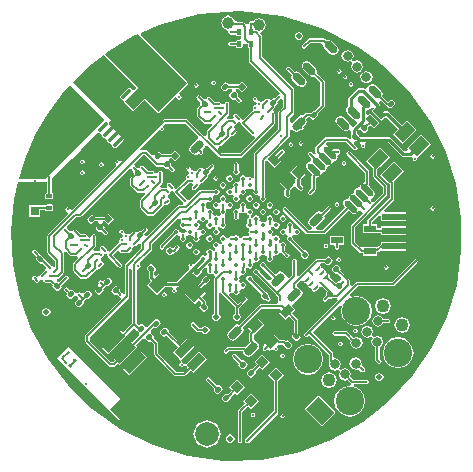
<source format=gtl>
G04*
G04 #@! TF.GenerationSoftware,Altium Limited,Altium Designer,20.0.13 (296)*
G04*
G04 Layer_Physical_Order=1*
G04 Layer_Color=255*
%FSLAX44Y44*%
%MOMM*%
G71*
G01*
G75*
%ADD11C,0.2000*%
%ADD12C,0.2500*%
G04:AMPARAMS|DCode=19|XSize=0.4mm|YSize=0.5mm|CornerRadius=0.05mm|HoleSize=0mm|Usage=FLASHONLY|Rotation=45.000|XOffset=0mm|YOffset=0mm|HoleType=Round|Shape=RoundedRectangle|*
%AMROUNDEDRECTD19*
21,1,0.4000,0.4000,0,0,45.0*
21,1,0.3000,0.5000,0,0,45.0*
1,1,0.1000,0.2475,-0.0354*
1,1,0.1000,0.0354,-0.2475*
1,1,0.1000,-0.2475,0.0354*
1,1,0.1000,-0.0354,0.2475*
%
%ADD19ROUNDEDRECTD19*%
G04:AMPARAMS|DCode=20|XSize=0.7mm|YSize=1.25mm|CornerRadius=0.175mm|HoleSize=0mm|Usage=FLASHONLY|Rotation=135.000|XOffset=0mm|YOffset=0mm|HoleType=Round|Shape=RoundedRectangle|*
%AMROUNDEDRECTD20*
21,1,0.7000,0.9000,0,0,135.0*
21,1,0.3500,1.2500,0,0,135.0*
1,1,0.3500,0.1945,0.4419*
1,1,0.3500,0.4419,0.1945*
1,1,0.3500,-0.1945,-0.4419*
1,1,0.3500,-0.4419,-0.1945*
%
%ADD20ROUNDEDRECTD20*%
G04:AMPARAMS|DCode=21|XSize=0.4mm|YSize=0.5mm|CornerRadius=0.05mm|HoleSize=0mm|Usage=FLASHONLY|Rotation=180.000|XOffset=0mm|YOffset=0mm|HoleType=Round|Shape=RoundedRectangle|*
%AMROUNDEDRECTD21*
21,1,0.4000,0.4000,0,0,180.0*
21,1,0.3000,0.5000,0,0,180.0*
1,1,0.1000,-0.1500,0.2000*
1,1,0.1000,0.1500,0.2000*
1,1,0.1000,0.1500,-0.2000*
1,1,0.1000,-0.1500,-0.2000*
%
%ADD21ROUNDEDRECTD21*%
G04:AMPARAMS|DCode=22|XSize=0.4mm|YSize=0.5mm|CornerRadius=0.05mm|HoleSize=0mm|Usage=FLASHONLY|Rotation=315.000|XOffset=0mm|YOffset=0mm|HoleType=Round|Shape=RoundedRectangle|*
%AMROUNDEDRECTD22*
21,1,0.4000,0.4000,0,0,315.0*
21,1,0.3000,0.5000,0,0,315.0*
1,1,0.1000,-0.0354,-0.2475*
1,1,0.1000,-0.2475,-0.0354*
1,1,0.1000,0.0354,0.2475*
1,1,0.1000,0.2475,0.0354*
%
%ADD22ROUNDEDRECTD22*%
%ADD23P,1.1314X4X360.0*%
%ADD24C,0.5000*%
G04:AMPARAMS|DCode=25|XSize=0.7mm|YSize=1.25mm|CornerRadius=0.175mm|HoleSize=0mm|Usage=FLASHONLY|Rotation=45.000|XOffset=0mm|YOffset=0mm|HoleType=Round|Shape=RoundedRectangle|*
%AMROUNDEDRECTD25*
21,1,0.7000,0.9000,0,0,45.0*
21,1,0.3500,1.2500,0,0,45.0*
1,1,0.3500,0.4419,-0.1945*
1,1,0.3500,0.1945,-0.4419*
1,1,0.3500,-0.4419,0.1945*
1,1,0.3500,-0.1945,0.4419*
%
%ADD25ROUNDEDRECTD25*%
%ADD26C,0.3500*%
G04:AMPARAMS|DCode=27|XSize=0.2mm|YSize=0.5mm|CornerRadius=0.05mm|HoleSize=0mm|Usage=FLASHONLY|Rotation=315.000|XOffset=0mm|YOffset=0mm|HoleType=Round|Shape=RoundedRectangle|*
%AMROUNDEDRECTD27*
21,1,0.2000,0.4000,0,0,315.0*
21,1,0.1000,0.5000,0,0,315.0*
1,1,0.1000,-0.1061,-0.1768*
1,1,0.1000,-0.1768,-0.1061*
1,1,0.1000,0.1061,0.1768*
1,1,0.1000,0.1768,0.1061*
%
%ADD27ROUNDEDRECTD27*%
G04:AMPARAMS|DCode=28|XSize=0.2mm|YSize=0.5mm|CornerRadius=0.05mm|HoleSize=0mm|Usage=FLASHONLY|Rotation=45.000|XOffset=0mm|YOffset=0mm|HoleType=Round|Shape=RoundedRectangle|*
%AMROUNDEDRECTD28*
21,1,0.2000,0.4000,0,0,45.0*
21,1,0.1000,0.5000,0,0,45.0*
1,1,0.1000,0.1768,-0.1061*
1,1,0.1000,0.1061,-0.1768*
1,1,0.1000,-0.1768,0.1061*
1,1,0.1000,-0.1061,0.1768*
%
%ADD28ROUNDEDRECTD28*%
G04:AMPARAMS|DCode=29|XSize=0.6mm|YSize=1.05mm|CornerRadius=0mm|HoleSize=0mm|Usage=FLASHONLY|Rotation=135.000|XOffset=0mm|YOffset=0mm|HoleType=Round|Shape=Rectangle|*
%AMROTATEDRECTD29*
4,1,4,0.5834,0.1591,-0.1591,-0.5834,-0.5834,-0.1591,0.1591,0.5834,0.5834,0.1591,0.0*
%
%ADD29ROTATEDRECTD29*%

%ADD30C,0.3000*%
%ADD31C,0.2000*%
G04:AMPARAMS|DCode=32|XSize=0.5mm|YSize=1.35mm|CornerRadius=0mm|HoleSize=0mm|Usage=FLASHONLY|Rotation=45.000|XOffset=0mm|YOffset=0mm|HoleType=Round|Shape=Round|*
%AMOVALD32*
21,1,0.8500,0.5000,0.0000,0.0000,135.0*
1,1,0.5000,0.3005,-0.3005*
1,1,0.5000,-0.3005,0.3005*
%
%ADD32OVALD32*%

%ADD33P,0.7071X4X180.0*%
G04:AMPARAMS|DCode=34|XSize=0.9mm|YSize=1.6mm|CornerRadius=0.225mm|HoleSize=0mm|Usage=FLASHONLY|Rotation=315.000|XOffset=0mm|YOffset=0mm|HoleType=Round|Shape=RoundedRectangle|*
%AMROUNDEDRECTD34*
21,1,0.9000,1.1500,0,0,315.0*
21,1,0.4500,1.6000,0,0,315.0*
1,1,0.4500,-0.2475,-0.5657*
1,1,0.4500,-0.5657,-0.2475*
1,1,0.4500,0.2475,0.5657*
1,1,0.4500,0.5657,0.2475*
%
%ADD34ROUNDEDRECTD34*%
G04:AMPARAMS|DCode=35|XSize=1mm|YSize=0.3mm|CornerRadius=0.075mm|HoleSize=0mm|Usage=FLASHONLY|Rotation=225.000|XOffset=0mm|YOffset=0mm|HoleType=Round|Shape=RoundedRectangle|*
%AMROUNDEDRECTD35*
21,1,1.0000,0.1500,0,0,225.0*
21,1,0.8500,0.3000,0,0,225.0*
1,1,0.1500,-0.3536,-0.2475*
1,1,0.1500,0.2475,0.3536*
1,1,0.1500,0.3536,0.2475*
1,1,0.1500,-0.2475,-0.3536*
%
%ADD35ROUNDEDRECTD35*%
G04:AMPARAMS|DCode=36|XSize=3.5mm|YSize=1.5mm|CornerRadius=0mm|HoleSize=0mm|Usage=FLASHONLY|Rotation=315.000|XOffset=0mm|YOffset=0mm|HoleType=Round|Shape=Rectangle|*
%AMROTATEDRECTD36*
4,1,4,-1.7678,0.7071,-0.7071,1.7678,1.7678,-0.7071,0.7071,-1.7678,-1.7678,0.7071,0.0*
%
%ADD36ROTATEDRECTD36*%

%ADD37R,0.8000X0.8000*%
G04:AMPARAMS|DCode=38|XSize=0.4mm|YSize=0.5mm|CornerRadius=0.05mm|HoleSize=0mm|Usage=FLASHONLY|Rotation=90.000|XOffset=0mm|YOffset=0mm|HoleType=Round|Shape=RoundedRectangle|*
%AMROUNDEDRECTD38*
21,1,0.4000,0.4000,0,0,90.0*
21,1,0.3000,0.5000,0,0,90.0*
1,1,0.1000,0.2000,0.1500*
1,1,0.1000,0.2000,-0.1500*
1,1,0.1000,-0.2000,-0.1500*
1,1,0.1000,-0.2000,0.1500*
%
%ADD38ROUNDEDRECTD38*%
G04:AMPARAMS|DCode=39|XSize=3mm|YSize=1.6mm|CornerRadius=0.2mm|HoleSize=0mm|Usage=FLASHONLY|Rotation=225.000|XOffset=0mm|YOffset=0mm|HoleType=Round|Shape=RoundedRectangle|*
%AMROUNDEDRECTD39*
21,1,3.0000,1.2000,0,0,225.0*
21,1,2.6000,1.6000,0,0,225.0*
1,1,0.4000,-1.3435,-0.4950*
1,1,0.4000,0.4950,1.3435*
1,1,0.4000,1.3435,0.4950*
1,1,0.4000,-0.4950,-1.3435*
%
%ADD39ROUNDEDRECTD39*%
G04:AMPARAMS|DCode=40|XSize=0.65mm|YSize=1.3mm|CornerRadius=0mm|HoleSize=0mm|Usage=FLASHONLY|Rotation=45.000|XOffset=0mm|YOffset=0mm|HoleType=Round|Shape=Round|*
%AMOVALD40*
21,1,0.6500,0.6500,0.0000,0.0000,135.0*
1,1,0.6500,0.2298,-0.2298*
1,1,0.6500,-0.2298,0.2298*
%
%ADD40OVALD40*%

G04:AMPARAMS|DCode=41|XSize=0.5mm|YSize=1mm|CornerRadius=0mm|HoleSize=0mm|Usage=FLASHONLY|Rotation=225.000|XOffset=0mm|YOffset=0mm|HoleType=Round|Shape=Rectangle|*
%AMROTATEDRECTD41*
4,1,4,-0.1768,0.5303,0.5303,-0.1768,0.1768,-0.5303,-0.5303,0.1768,-0.1768,0.5303,0.0*
%
%ADD41ROTATEDRECTD41*%

%ADD42R,3.0000X2.0000*%
%ADD43R,2.0000X0.6000*%
G04:AMPARAMS|DCode=44|XSize=1mm|YSize=1.5mm|CornerRadius=0mm|HoleSize=0mm|Usage=FLASHONLY|Rotation=135.000|XOffset=0mm|YOffset=0mm|HoleType=Round|Shape=Rectangle|*
%AMROTATEDRECTD44*
4,1,4,0.8839,0.1768,-0.1768,-0.8839,-0.8839,-0.1768,0.1768,0.8839,0.8839,0.1768,0.0*
%
%ADD44ROTATEDRECTD44*%

G04:AMPARAMS|DCode=45|XSize=2mm|YSize=3mm|CornerRadius=0mm|HoleSize=0mm|Usage=FLASHONLY|Rotation=315.000|XOffset=0mm|YOffset=0mm|HoleType=Round|Shape=Rectangle|*
%AMROTATEDRECTD45*
4,1,4,-1.7678,-0.3536,0.3536,1.7678,1.7678,0.3536,-0.3536,-1.7678,-1.7678,-0.3536,0.0*
%
%ADD45ROTATEDRECTD45*%

G04:AMPARAMS|DCode=46|XSize=0.6mm|YSize=2mm|CornerRadius=0mm|HoleSize=0mm|Usage=FLASHONLY|Rotation=315.000|XOffset=0mm|YOffset=0mm|HoleType=Round|Shape=Rectangle|*
%AMROTATEDRECTD46*
4,1,4,-0.9192,-0.4950,0.4950,0.9192,0.9192,0.4950,-0.4950,-0.9192,-0.9192,-0.4950,0.0*
%
%ADD46ROTATEDRECTD46*%

G04:AMPARAMS|DCode=47|XSize=0.8mm|YSize=1.5mm|CornerRadius=0mm|HoleSize=0mm|Usage=FLASHONLY|Rotation=135.000|XOffset=0mm|YOffset=0mm|HoleType=Round|Shape=Rectangle|*
%AMROTATEDRECTD47*
4,1,4,0.8132,0.2475,-0.2475,-0.8132,-0.8132,-0.2475,0.2475,0.8132,0.8132,0.2475,0.0*
%
%ADD47ROTATEDRECTD47*%

G04:AMPARAMS|DCode=48|XSize=1mm|YSize=1.2mm|CornerRadius=0mm|HoleSize=0mm|Usage=FLASHONLY|Rotation=135.000|XOffset=0mm|YOffset=0mm|HoleType=Round|Shape=Rectangle|*
%AMROTATEDRECTD48*
4,1,4,0.7778,0.0707,-0.0707,-0.7778,-0.7778,-0.0707,0.0707,0.7778,0.7778,0.0707,0.0*
%
%ADD48ROTATEDRECTD48*%

%ADD49C,0.8000*%
%ADD50R,1.0500X0.6000*%
G04:AMPARAMS|DCode=51|XSize=0.6mm|YSize=0.9mm|CornerRadius=0mm|HoleSize=0mm|Usage=FLASHONLY|Rotation=225.000|XOffset=0mm|YOffset=0mm|HoleType=Round|Shape=Rectangle|*
%AMROTATEDRECTD51*
4,1,4,-0.1061,0.5303,0.5303,-0.1061,0.1061,-0.5303,-0.5303,0.1061,-0.1061,0.5303,0.0*
%
%ADD51ROTATEDRECTD51*%

%ADD88C,2.4000*%
%ADD89C,1.1000*%
%ADD90C,0.1700*%
%ADD91C,1.0000*%
%ADD92C,2.0000*%
G36*
X1315557Y1228884D02*
X1315557Y1228884D01*
X1315557Y1228884D01*
X1315557Y1228884D01*
D02*
G37*
G36*
X1465201Y1260909D02*
X1498844Y1250788D01*
X1530090Y1234728D01*
X1543997Y1223996D01*
X1555307Y1215267D01*
X1575040Y1194601D01*
X1591438Y1171200D01*
X1604124Y1145597D01*
X1612810Y1118375D01*
X1617299Y1090156D01*
X1617487Y1061583D01*
X1613370Y1033307D01*
X1605043Y1005973D01*
X1592695Y980205D01*
X1576607Y956590D01*
X1557147Y935667D01*
X1545953Y926789D01*
X1533914Y917071D01*
X1507007Y901784D01*
X1477983Y891052D01*
X1447605Y885157D01*
X1416673Y884253D01*
X1386002Y888366D01*
X1356400Y897386D01*
X1328648Y911076D01*
X1316062Y920075D01*
X1304537Y928316D01*
X1284195Y948042D01*
X1267012Y970574D01*
X1253372Y995410D01*
X1243576Y1021999D01*
X1237844Y1049749D01*
X1236302Y1078043D01*
X1238986Y1106252D01*
X1242410Y1120000D01*
X1245605Y1120061D01*
X1251995Y1120123D01*
X1258385Y1120123D01*
X1264776Y1120061D01*
X1266552Y1120027D01*
Y1111407D01*
X1266500D01*
X1265505Y1110995D01*
X1265093Y1110000D01*
Y1107000D01*
X1265505Y1106005D01*
X1266500Y1105593D01*
X1270500D01*
X1271495Y1106005D01*
X1271907Y1107000D01*
Y1110000D01*
X1271495Y1110995D01*
X1270500Y1111407D01*
X1270448D01*
Y1122570D01*
X1274475Y1126748D01*
X1287609Y1140121D01*
X1300868Y1153372D01*
X1309871Y1162205D01*
X1310076Y1162000D01*
X1311230Y1161522D01*
X1311262Y1161509D01*
X1312766Y1160004D01*
X1312779Y1159972D01*
X1313257Y1158818D01*
X1314318Y1157757D01*
X1315473Y1157279D01*
X1315504Y1157266D01*
X1317009Y1155761D01*
X1317022Y1155730D01*
X1317500Y1154575D01*
X1318561Y1153514D01*
X1319715Y1153036D01*
X1319747Y1153023D01*
X1321252Y1151519D01*
X1321265Y1151487D01*
X1321743Y1150333D01*
X1322803Y1149272D01*
X1323990Y1148781D01*
X1325176Y1149272D01*
X1331187Y1155283D01*
X1331678Y1156469D01*
X1331187Y1157655D01*
X1330126Y1158716D01*
X1328972Y1159194D01*
X1328940Y1159207D01*
X1327435Y1160711D01*
X1327422Y1160743D01*
X1326944Y1161898D01*
X1325883Y1162958D01*
X1324729Y1163436D01*
X1324697Y1163450D01*
X1323192Y1164954D01*
X1323179Y1164986D01*
X1322701Y1166140D01*
X1321640Y1167201D01*
X1320486Y1167679D01*
X1320454Y1167692D01*
X1319263Y1168884D01*
X1319074Y1171146D01*
X1321000Y1173000D01*
X1288650Y1205350D01*
X1288650Y1205350D01*
X1300850Y1217989D01*
X1315067Y1228150D01*
X1342996Y1200220D01*
X1340597Y1197821D01*
X1338362Y1198415D01*
X1338257Y1198667D01*
X1337197Y1199728D01*
X1336010Y1200219D01*
X1334824Y1199728D01*
X1328814Y1193717D01*
X1328322Y1192531D01*
X1328814Y1191345D01*
X1329874Y1190284D01*
X1330279Y1190117D01*
X1330595Y1189930D01*
X1331602Y1188624D01*
X1331901Y1187976D01*
X1331923Y1187923D01*
Y1187923D01*
X1332471Y1187375D01*
X1338923Y1180923D01*
X1339536Y1180670D01*
X1340148Y1180923D01*
X1349141Y1189916D01*
X1359730Y1179327D01*
X1360278Y1178778D01*
X1360278D01*
X1360891Y1178525D01*
X1361503Y1178778D01*
X1361503D01*
X1362051Y1179326D01*
X1374788Y1192064D01*
X1376905Y1191352D01*
X1377207Y1190622D01*
X1378584Y1190052D01*
X1379962Y1190622D01*
X1380533Y1192000D01*
X1379962Y1193378D01*
X1379233Y1193680D01*
X1378521Y1195796D01*
X1385314Y1202589D01*
X1385862Y1203138D01*
Y1203138D01*
X1386116Y1203750D01*
X1385862Y1204362D01*
Y1204362D01*
X1385314Y1204911D01*
X1345902Y1244323D01*
X1346248Y1246292D01*
X1361248Y1253317D01*
X1395240Y1262195D01*
X1430279Y1264753D01*
X1465201Y1260909D01*
D02*
G37*
G36*
X1385250Y1203750D02*
X1360891Y1179391D01*
X1349141Y1191141D01*
X1339536Y1181535D01*
X1332536Y1188536D01*
X1344220Y1200220D01*
X1315557Y1228884D01*
X1318838Y1231291D01*
X1325623Y1235787D01*
X1332614Y1239954D01*
X1339795Y1243785D01*
X1343473Y1245527D01*
X1385250Y1203750D01*
D02*
G37*
G36*
X1315000Y1173000D02*
X1265000Y1123000D01*
X1243000Y1123000D01*
X1244350Y1128524D01*
X1247759Y1139374D01*
X1251863Y1149982D01*
X1256643Y1160302D01*
X1262081Y1170291D01*
X1268152Y1179909D01*
X1274833Y1189113D01*
X1282094Y1197867D01*
X1286000Y1202000D01*
X1286000Y1202000D01*
X1315000Y1173000D01*
D02*
G37*
%LPC*%
G36*
X1479791Y1247572D02*
X1477266Y1246526D01*
X1476219Y1244000D01*
X1477266Y1241474D01*
X1479791Y1240428D01*
X1482317Y1241474D01*
X1483363Y1244000D01*
X1482317Y1246526D01*
X1479791Y1247572D01*
D02*
G37*
G36*
X1500941Y1241948D02*
X1500941Y1241948D01*
X1489000D01*
X1487622Y1241378D01*
X1487622Y1241378D01*
X1482622Y1236378D01*
X1482052Y1235000D01*
X1482622Y1233622D01*
X1484000Y1233052D01*
X1485378Y1233622D01*
X1489807Y1238052D01*
X1498525D01*
X1500050Y1236507D01*
X1501334Y1233407D01*
X1505930Y1228811D01*
X1509030Y1227527D01*
X1512130Y1228811D01*
X1513414Y1231911D01*
X1512130Y1235011D01*
X1507534Y1239607D01*
X1504434Y1240891D01*
X1503283Y1240414D01*
X1502319Y1241378D01*
X1500941Y1241948D01*
D02*
G37*
G36*
X1514000Y1215948D02*
X1512622Y1215378D01*
X1512052Y1214000D01*
X1512622Y1212622D01*
X1514000Y1212052D01*
X1515378Y1212622D01*
X1515948Y1214000D01*
X1515378Y1215378D01*
X1514000Y1215948D01*
D02*
G37*
G36*
X1519000Y1210948D02*
X1517622Y1210378D01*
X1517052Y1209000D01*
X1517622Y1207622D01*
X1519000Y1207052D01*
X1520378Y1207622D01*
X1520948Y1209000D01*
X1520378Y1210378D01*
X1519000Y1210948D01*
D02*
G37*
G36*
X1521000Y1232196D02*
X1517326Y1230674D01*
X1515804Y1227000D01*
X1517326Y1223326D01*
X1521000Y1221805D01*
X1523075Y1222664D01*
X1524148Y1223108D01*
X1525205Y1221382D01*
X1524790Y1220379D01*
X1523804Y1218000D01*
X1525326Y1214326D01*
X1529000Y1212804D01*
X1531075Y1213664D01*
X1532148Y1214108D01*
X1533205Y1212382D01*
X1532790Y1211379D01*
X1531805Y1209000D01*
X1533326Y1205326D01*
X1537000Y1203804D01*
X1540674Y1205326D01*
X1542195Y1209000D01*
X1540674Y1212674D01*
X1537000Y1214195D01*
X1534925Y1213336D01*
X1533852Y1212892D01*
X1532795Y1214618D01*
X1533210Y1215621D01*
X1534196Y1218000D01*
X1532674Y1221674D01*
X1529000Y1223195D01*
X1526925Y1222336D01*
X1525852Y1221892D01*
X1524795Y1223618D01*
X1525210Y1224621D01*
X1526196Y1227000D01*
X1524674Y1230674D01*
X1521000Y1232196D01*
D02*
G37*
G36*
X1431495Y1205545D02*
X1428777Y1202827D01*
X1420330D01*
X1418808Y1204348D01*
X1417813Y1204760D01*
X1416819Y1204348D01*
X1413990Y1201520D01*
X1413578Y1200525D01*
X1413990Y1199530D01*
X1416111Y1197409D01*
X1417106Y1196996D01*
X1418101Y1197409D01*
X1419623Y1198930D01*
X1422929D01*
X1423140Y1198567D01*
X1423542Y1196930D01*
X1421061Y1194449D01*
X1420649Y1193454D01*
X1421061Y1192459D01*
X1423182Y1190338D01*
X1424177Y1189926D01*
X1425172Y1190338D01*
X1425209Y1190374D01*
X1427901Y1187682D01*
X1427922Y1187631D01*
X1429300Y1187060D01*
X1430678Y1187631D01*
X1431248Y1189009D01*
Y1189038D01*
X1430678Y1190416D01*
X1430678Y1190416D01*
X1427964Y1193130D01*
X1428001Y1193166D01*
X1428413Y1194161D01*
X1428001Y1195156D01*
X1426227Y1196930D01*
X1426629Y1198567D01*
X1426840Y1198930D01*
X1428777D01*
X1431495Y1196211D01*
X1436162Y1200878D01*
X1431495Y1205545D01*
D02*
G37*
G36*
X1407621Y1205948D02*
X1406243Y1205378D01*
X1405673Y1204000D01*
X1406243Y1202622D01*
X1407621Y1202052D01*
X1408999Y1202622D01*
X1409569Y1204000D01*
X1408999Y1205378D01*
X1407621Y1205948D01*
D02*
G37*
G36*
X1524000Y1204948D02*
X1522622Y1204378D01*
X1522052Y1203000D01*
X1522622Y1201622D01*
X1524000Y1201052D01*
X1525378Y1201622D01*
X1525948Y1203000D01*
X1525378Y1204378D01*
X1524000Y1204948D01*
D02*
G37*
G36*
X1471059Y1217948D02*
X1471059Y1217948D01*
X1471000D01*
X1469624Y1217378D01*
X1469622Y1217378D01*
X1469052Y1216000D01*
X1469246Y1215530D01*
X1469622Y1214622D01*
X1469724Y1214580D01*
X1473586Y1210718D01*
X1473109Y1209566D01*
X1474393Y1206466D01*
X1478990Y1201870D01*
X1482089Y1200586D01*
X1485189Y1201870D01*
X1486473Y1204970D01*
X1485189Y1208070D01*
X1480593Y1212666D01*
X1477493Y1213950D01*
X1476342Y1213473D01*
X1472437Y1217378D01*
X1471470Y1217778D01*
X1471059Y1217948D01*
D02*
G37*
G36*
X1393000Y1203948D02*
X1391622Y1203378D01*
X1391052Y1202000D01*
X1391622Y1200622D01*
X1393000Y1200052D01*
X1394378Y1200622D01*
X1394948Y1202000D01*
X1394378Y1203378D01*
X1393000Y1203948D01*
D02*
G37*
G36*
X1541911Y1203414D02*
X1538811Y1202130D01*
X1537793Y1199673D01*
X1535679Y1198959D01*
X1535569Y1199069D01*
X1534000Y1199719D01*
X1530500D01*
X1528931Y1199069D01*
X1522431Y1192569D01*
X1521781Y1191000D01*
Y1184555D01*
X1520851Y1184169D01*
X1519567Y1181069D01*
X1520851Y1177970D01*
X1525447Y1173373D01*
X1528034Y1172302D01*
X1528803Y1170242D01*
X1525797Y1167237D01*
X1523738Y1168005D01*
X1522666Y1170593D01*
X1518070Y1175189D01*
X1514970Y1176473D01*
X1511870Y1175189D01*
X1510586Y1172089D01*
X1511870Y1168990D01*
X1516466Y1164394D01*
X1519566Y1163110D01*
X1522030Y1164130D01*
X1524030Y1163144D01*
Y1160984D01*
X1524404Y1160080D01*
X1524187Y1159863D01*
X1523775Y1158868D01*
X1524187Y1157873D01*
X1522724Y1156578D01*
X1521786Y1157515D01*
X1520408Y1158086D01*
X1520408Y1158086D01*
X1502883D01*
X1502883Y1158086D01*
X1501505Y1157515D01*
X1494368Y1150378D01*
X1493797Y1149000D01*
X1493797Y1149000D01*
Y1145851D01*
X1493797Y1145851D01*
X1494368Y1144474D01*
X1492929Y1143118D01*
X1490750Y1145297D01*
X1489373Y1145868D01*
X1487995Y1145297D01*
X1487424Y1143919D01*
X1487995Y1142542D01*
X1490225Y1140311D01*
X1489900Y1138056D01*
X1488756Y1137163D01*
X1486841Y1136370D01*
X1485795Y1133844D01*
X1486841Y1131319D01*
X1490995Y1127165D01*
Y1126540D01*
X1490424Y1125162D01*
X1490424Y1125162D01*
Y1114807D01*
X1487995Y1112378D01*
X1487424Y1111000D01*
X1487995Y1109622D01*
X1489373Y1109052D01*
X1490750Y1109622D01*
X1493750Y1112622D01*
X1494321Y1114000D01*
X1494321Y1114000D01*
Y1122535D01*
X1495378Y1124262D01*
X1497903Y1125308D01*
X1498696Y1127222D01*
X1499525Y1128283D01*
X1500585Y1129111D01*
X1502500Y1129904D01*
X1503293Y1131819D01*
X1504570Y1133454D01*
X1507096Y1134500D01*
X1507889Y1136415D01*
X1509166Y1138051D01*
X1511692Y1139097D01*
X1512738Y1141622D01*
X1512497Y1142204D01*
X1513765Y1144369D01*
X1514378Y1144622D01*
X1514948Y1146000D01*
X1514378Y1147378D01*
X1513000Y1147948D01*
X1508950D01*
X1508950Y1147948D01*
X1508202Y1147638D01*
X1505682Y1150158D01*
X1503702Y1150978D01*
X1503057Y1152942D01*
X1504039Y1154190D01*
X1519601D01*
X1526279Y1147512D01*
X1526279Y1147512D01*
X1527657Y1146941D01*
X1529035Y1147512D01*
X1529428Y1148460D01*
X1529606Y1148889D01*
X1529035Y1150267D01*
X1529035Y1150267D01*
X1526571Y1152731D01*
X1527453Y1154678D01*
X1527915Y1154672D01*
X1528011Y1154633D01*
X1528101Y1154670D01*
X1528838Y1154662D01*
X1528931Y1154569D01*
X1530500Y1153919D01*
X1531550D01*
X1532432Y1151919D01*
X1532052Y1151000D01*
X1532622Y1149622D01*
X1534000Y1149052D01*
X1534908Y1149428D01*
X1535378Y1149622D01*
X1535948Y1151000D01*
X1535568Y1151919D01*
X1536449Y1153919D01*
X1554943D01*
X1566431Y1142431D01*
X1568000Y1141781D01*
X1574203D01*
X1574712Y1141992D01*
X1576243Y1140461D01*
X1576052Y1140000D01*
X1576622Y1138622D01*
X1577092Y1138428D01*
X1578000Y1138052D01*
X1579378Y1138622D01*
X1579948Y1140000D01*
X1579650Y1140720D01*
X1591355Y1152425D01*
X1583152Y1160627D01*
X1571414Y1148889D01*
X1572085Y1148219D01*
X1571257Y1146219D01*
X1568919D01*
X1557431Y1157707D01*
X1555862Y1158357D01*
X1531458D01*
X1531127Y1159156D01*
X1528934Y1161349D01*
X1528873Y1161498D01*
X1528660Y1161710D01*
Y1163823D01*
X1529295Y1164458D01*
X1531258Y1164944D01*
X1534086Y1162116D01*
X1535081Y1161704D01*
X1536077Y1162116D01*
X1538198Y1164237D01*
X1538610Y1165232D01*
X1538198Y1166227D01*
X1538055Y1166370D01*
X1540310Y1168625D01*
X1543148Y1165787D01*
X1547815Y1170454D01*
X1539612Y1178656D01*
X1538094Y1177137D01*
X1536246Y1177903D01*
Y1180214D01*
X1537526Y1181070D01*
X1540626Y1182354D01*
X1540934Y1183098D01*
X1543144Y1183207D01*
X1543499Y1182543D01*
X1541310Y1180354D01*
X1549512Y1172151D01*
X1551816Y1174455D01*
X1554260Y1174643D01*
X1563694Y1165210D01*
X1559394Y1160910D01*
X1567596Y1152708D01*
X1579334Y1164446D01*
X1571132Y1172648D01*
X1566832Y1168348D01*
X1555856Y1179323D01*
X1554287Y1179973D01*
X1552216D01*
X1551373Y1179624D01*
X1548670Y1182327D01*
X1548861Y1182787D01*
Y1184858D01*
X1548211Y1186427D01*
X1547571Y1187067D01*
X1548198Y1189268D01*
X1548967Y1189448D01*
X1553092Y1185323D01*
X1554355Y1184800D01*
X1554625D01*
X1556308Y1183116D01*
X1557303Y1182704D01*
X1558298Y1183116D01*
X1561127Y1185945D01*
X1561539Y1186939D01*
X1561127Y1187934D01*
X1559006Y1190056D01*
X1558011Y1190468D01*
X1557016Y1190056D01*
X1555329Y1188370D01*
X1555324Y1188372D01*
X1555095D01*
X1550346Y1193120D01*
X1550891Y1194434D01*
X1549607Y1197534D01*
X1545010Y1202130D01*
X1541911Y1203414D01*
D02*
G37*
G36*
X1420000Y1261278D02*
X1415561Y1259439D01*
X1413722Y1255000D01*
X1415561Y1250561D01*
X1418836Y1249204D01*
X1420052Y1247000D01*
X1420622Y1245622D01*
X1422000Y1245051D01*
X1422000Y1245052D01*
X1426393D01*
Y1245000D01*
X1426805Y1244005D01*
X1427800Y1243593D01*
X1430352D01*
X1430800Y1243593D01*
X1431014Y1243382D01*
X1431014Y1242196D01*
X1429102Y1240407D01*
X1427800D01*
X1426805Y1239995D01*
X1426393Y1239000D01*
Y1238948D01*
X1422000D01*
X1420622Y1238378D01*
X1420052Y1237000D01*
X1420622Y1235622D01*
X1422000Y1235052D01*
X1426393D01*
Y1235000D01*
X1426805Y1234005D01*
X1427800Y1233593D01*
X1430800D01*
X1431795Y1234005D01*
X1432207Y1235000D01*
Y1237421D01*
X1433927Y1238185D01*
X1435422Y1237122D01*
X1436393Y1236720D01*
Y1235000D01*
X1436805Y1234005D01*
X1437351Y1233779D01*
Y1222902D01*
X1437351Y1222902D01*
X1437922Y1221525D01*
X1463551Y1195896D01*
X1463551Y1195896D01*
X1462667Y1193952D01*
X1461522Y1193478D01*
X1461452Y1193307D01*
X1458931Y1190786D01*
X1458384Y1191013D01*
X1457389Y1190601D01*
X1456634Y1189845D01*
X1454275Y1190314D01*
X1454257Y1190357D01*
X1452879Y1190928D01*
X1451502Y1190357D01*
X1449597Y1188452D01*
X1447586Y1188080D01*
X1446208Y1188651D01*
X1446112Y1188611D01*
X1444581Y1190141D01*
X1444621Y1190238D01*
X1444050Y1191616D01*
X1442673Y1192186D01*
X1441295Y1191616D01*
X1440724Y1190238D01*
X1441295Y1188860D01*
X1442673Y1188289D01*
X1442769Y1188329D01*
X1444300Y1186799D01*
X1444260Y1186702D01*
X1444300Y1186606D01*
X1442769Y1185075D01*
X1442673Y1185115D01*
X1441295Y1184544D01*
X1441100Y1184074D01*
X1440724Y1183167D01*
X1440724Y1183166D01*
X1440691Y1181098D01*
X1440076Y1180395D01*
X1432808Y1173127D01*
X1430825Y1173972D01*
X1430389Y1175024D01*
X1430389D01*
X1430389Y1175024D01*
X1427736Y1177678D01*
X1426827Y1178054D01*
X1426358Y1178248D01*
X1426358Y1178248D01*
X1426357D01*
X1425156Y1177751D01*
X1424979Y1177678D01*
X1424409Y1176300D01*
X1424760Y1175452D01*
X1424338Y1174579D01*
X1423883Y1173972D01*
X1423508Y1173648D01*
X1419810D01*
X1419374Y1174187D01*
X1418826Y1175492D01*
X1420409Y1177075D01*
X1420979Y1178453D01*
Y1186379D01*
X1420979Y1186379D01*
X1420979Y1186379D01*
X1420409Y1187757D01*
X1419031Y1188328D01*
X1417653Y1187757D01*
X1417083Y1186379D01*
X1417025Y1186372D01*
X1415141Y1186158D01*
X1414092Y1186184D01*
X1413909Y1186377D01*
X1413908Y1186379D01*
X1413714Y1186849D01*
X1413337Y1187757D01*
X1411960Y1188328D01*
X1411958Y1188327D01*
X1408528D01*
X1404878Y1191978D01*
X1403500Y1192548D01*
X1402122Y1191978D01*
X1401984Y1191644D01*
X1401144Y1190675D01*
X1399842Y1190587D01*
X1399713Y1190584D01*
X1399696Y1190577D01*
X1399117Y1190538D01*
X1396378Y1193278D01*
X1395000Y1193848D01*
X1393622Y1193278D01*
X1393052Y1191900D01*
X1393622Y1190522D01*
X1396271Y1187874D01*
X1396291Y1187312D01*
X1396185Y1187056D01*
X1396311Y1186752D01*
X1396347Y1185738D01*
X1394022Y1183413D01*
X1393452Y1182036D01*
X1393452Y1182036D01*
Y1176400D01*
X1393452Y1176400D01*
X1394022Y1175022D01*
X1398722Y1170322D01*
X1400100Y1169752D01*
X1404352D01*
X1404352Y1169752D01*
X1405024Y1170030D01*
X1406157Y1168334D01*
X1402224Y1164402D01*
X1401654Y1163024D01*
X1401654Y1163024D01*
Y1160119D01*
X1399654Y1159290D01*
X1385867Y1173078D01*
X1384489Y1173648D01*
X1384489Y1173648D01*
X1365880D01*
X1365880Y1173648D01*
X1364503Y1173078D01*
X1329726Y1138301D01*
X1327610Y1138184D01*
X1326232Y1138754D01*
X1324855Y1138184D01*
X1324284Y1136806D01*
X1324855Y1135428D01*
X1324737Y1133312D01*
X1287796Y1096371D01*
X1287796Y1096371D01*
X1285845Y1097249D01*
X1285378Y1098378D01*
X1284000Y1098948D01*
X1282622Y1098378D01*
X1282052Y1097000D01*
X1282622Y1095622D01*
X1283751Y1095155D01*
X1284629Y1093204D01*
X1284629Y1093204D01*
X1267122Y1075697D01*
X1266552Y1074320D01*
X1266552Y1074320D01*
Y1060932D01*
X1266552Y1060932D01*
X1267122Y1059554D01*
X1273052Y1053625D01*
Y1048917D01*
X1272597Y1048617D01*
X1270378Y1048749D01*
X1264822Y1054305D01*
X1264882Y1054451D01*
X1264470Y1055446D01*
X1261642Y1058274D01*
X1261367Y1058388D01*
X1257378Y1062378D01*
X1256000Y1062948D01*
X1254622Y1062378D01*
X1254052Y1061000D01*
X1254622Y1059622D01*
X1257811Y1056434D01*
X1257531Y1056153D01*
X1257118Y1055158D01*
X1257531Y1054163D01*
X1260359Y1051335D01*
X1261354Y1050922D01*
X1262301Y1051315D01*
X1265984Y1047632D01*
X1265139Y1045649D01*
X1264087Y1045213D01*
Y1045213D01*
X1260552Y1041678D01*
X1260116Y1040626D01*
X1258133Y1039780D01*
X1257535Y1040378D01*
X1256470Y1040819D01*
X1256158Y1040948D01*
X1256158Y1040948D01*
X1256000D01*
X1254623Y1040378D01*
X1254622Y1040378D01*
X1254052Y1039000D01*
X1254246Y1038530D01*
X1254622Y1037622D01*
X1254892Y1037511D01*
X1257016Y1035387D01*
X1257016Y1035387D01*
X1258393Y1034816D01*
X1259771Y1035387D01*
X1260147Y1036294D01*
X1260342Y1036764D01*
X1260302Y1036861D01*
X1261833Y1038392D01*
X1261929Y1038352D01*
X1262026Y1038392D01*
X1263557Y1036861D01*
X1263516Y1036764D01*
X1264087Y1035387D01*
X1265465Y1034816D01*
X1265465Y1034816D01*
X1269233D01*
X1271345Y1032705D01*
X1271118Y1032158D01*
X1271530Y1031163D01*
X1274359Y1028335D01*
X1275354Y1027923D01*
X1276349Y1028335D01*
X1278470Y1030456D01*
X1278882Y1031451D01*
X1278684Y1031929D01*
X1284378Y1037622D01*
X1284948Y1039000D01*
X1284378Y1040378D01*
X1283000Y1040948D01*
X1281622Y1040378D01*
X1276908Y1035664D01*
X1274792Y1036004D01*
X1274962Y1037620D01*
X1275448Y1038344D01*
X1275464Y1038352D01*
X1276842Y1038922D01*
X1280378Y1042458D01*
X1280948Y1043836D01*
X1280948Y1043836D01*
Y1059772D01*
X1280598Y1060618D01*
X1282293Y1061751D01*
X1285722Y1058322D01*
X1287100Y1057752D01*
X1291352D01*
X1291352Y1057752D01*
X1292024Y1058030D01*
X1293157Y1056334D01*
X1289224Y1052402D01*
X1288654Y1051024D01*
X1288654Y1051024D01*
Y1045343D01*
X1288654Y1045343D01*
X1289224Y1043965D01*
X1294267Y1038922D01*
X1295645Y1038352D01*
X1295645Y1038352D01*
X1299598D01*
X1299598Y1038352D01*
X1300976Y1038922D01*
X1308178Y1046124D01*
X1308178D01*
Y1046124D01*
X1310185Y1046978D01*
X1310315Y1046930D01*
X1311693Y1047501D01*
X1313854Y1049662D01*
X1314425Y1051040D01*
X1313854Y1052418D01*
X1312476Y1052988D01*
X1312199Y1054545D01*
X1312476Y1056162D01*
X1313854Y1056733D01*
X1314049Y1057203D01*
X1314425Y1058111D01*
X1314385Y1058207D01*
X1315916Y1059738D01*
X1316012Y1059698D01*
X1316108Y1059738D01*
X1317639Y1058207D01*
X1317599Y1058111D01*
X1318170Y1056733D01*
X1326917Y1047986D01*
X1328294Y1047415D01*
X1328364D01*
X1329742Y1047986D01*
X1330312Y1049364D01*
X1329742Y1050741D01*
X1329622Y1050791D01*
X1322303Y1058111D01*
X1326250Y1062058D01*
X1328299Y1061279D01*
X1328669Y1060386D01*
X1328681Y1060374D01*
X1328681Y1060374D01*
X1329134Y1060186D01*
X1330058Y1059803D01*
X1334400D01*
X1334400Y1059803D01*
X1335778Y1060374D01*
X1338122Y1062718D01*
X1338122Y1062718D01*
X1338693Y1064096D01*
X1338652Y1064192D01*
X1340183Y1065723D01*
X1340280Y1065683D01*
X1341658Y1066254D01*
X1344385Y1068981D01*
X1346269Y1068036D01*
Y1064024D01*
X1333022Y1050778D01*
X1332452Y1049400D01*
X1332452Y1049400D01*
Y1025750D01*
X1332191Y1025611D01*
X1332148Y1025599D01*
X1329742Y1026470D01*
Y1026470D01*
X1329742Y1026470D01*
X1328284Y1027928D01*
X1328320Y1027965D01*
X1328732Y1028960D01*
X1328320Y1029955D01*
X1326199Y1032076D01*
X1325204Y1032488D01*
X1324209Y1032076D01*
X1321381Y1029248D01*
X1320968Y1028253D01*
X1321381Y1027258D01*
X1323502Y1025137D01*
X1324497Y1024725D01*
X1325492Y1025137D01*
X1325529Y1025173D01*
X1326921Y1023781D01*
X1326987Y1023622D01*
X1328364Y1023052D01*
X1328541Y1023125D01*
X1329674Y1021430D01*
X1299439Y991194D01*
X1298868Y989816D01*
X1298868Y989816D01*
Y985234D01*
X1298868Y985234D01*
X1299439Y983856D01*
X1318673Y964622D01*
X1320050Y964052D01*
X1323071D01*
X1323071Y964052D01*
X1324449Y964622D01*
X1326469Y966642D01*
X1327778Y965333D01*
X1343052Y980606D01*
X1341742Y981916D01*
X1347590Y987764D01*
X1348991Y987751D01*
X1350081Y987426D01*
X1351885Y985622D01*
X1352880Y985210D01*
X1353875Y985622D01*
X1354027Y985773D01*
X1357105Y982695D01*
Y974340D01*
X1357628Y973077D01*
X1373968Y956737D01*
X1375231Y956214D01*
X1382953D01*
X1384216Y956737D01*
X1388226Y960747D01*
X1390357Y958616D01*
X1402095Y970354D01*
X1395307Y977142D01*
X1384697Y966532D01*
X1384678Y966514D01*
Y966514D01*
X1384338Y966173D01*
X1382659Y966525D01*
Y966525D01*
X1382659Y966525D01*
Y966525D01*
X1381919Y967042D01*
X1381254Y967318D01*
X1380618Y967581D01*
X1380005Y969412D01*
X1380022Y969493D01*
X1381083Y970555D01*
X1381083Y970555D01*
X1381098Y970570D01*
X1391488Y980960D01*
X1384700Y987748D01*
X1380094Y983142D01*
X1369757Y993479D01*
X1369844Y993688D01*
X1369432Y994683D01*
X1367310Y996804D01*
X1366315Y997216D01*
X1365320Y996804D01*
X1362492Y993976D01*
X1362080Y992981D01*
X1362492Y991986D01*
X1364613Y989865D01*
X1365608Y989453D01*
X1366603Y989865D01*
X1367462Y990723D01*
X1377568Y980617D01*
X1372962Y976010D01*
X1378424Y970549D01*
X1379589Y969383D01*
X1379652Y967817D01*
X1379611Y967618D01*
X1379164Y967042D01*
X1378593Y965665D01*
X1379164Y964287D01*
X1380542Y963717D01*
X1380849Y963844D01*
X1382578Y964499D01*
X1384260Y964712D01*
X1384700Y964273D01*
Y962272D01*
X1382213Y959786D01*
X1375971D01*
X1360677Y975080D01*
Y983435D01*
X1360154Y984697D01*
X1356552Y988299D01*
X1356704Y988450D01*
X1357116Y989445D01*
X1356704Y990440D01*
X1354899Y992244D01*
X1354582Y992562D01*
X1354561Y994735D01*
X1357152Y997326D01*
X1357542Y996936D01*
X1358537Y996524D01*
X1359532Y996936D01*
X1362361Y999764D01*
X1362773Y1000759D01*
X1362361Y1001754D01*
X1360239Y1003875D01*
X1359244Y1004287D01*
X1358249Y1003875D01*
X1355845Y1001471D01*
X1355745Y1001430D01*
X1355745Y1001430D01*
X1351806Y997490D01*
X1349633Y997512D01*
X1347511Y999633D01*
X1346517Y1000045D01*
X1345522Y999633D01*
X1344424Y998536D01*
X1342383Y1000577D01*
Y1045435D01*
X1344000Y1046930D01*
X1345378Y1047501D01*
X1345948Y1048879D01*
X1345378Y1050256D01*
X1345149Y1052516D01*
X1355157Y1062524D01*
X1355157Y1062524D01*
X1355728Y1063902D01*
X1355728Y1063902D01*
Y1067593D01*
X1377504Y1089369D01*
X1379601Y1088638D01*
X1379922Y1087863D01*
X1380004Y1087829D01*
X1380004Y1085664D01*
X1379692Y1085535D01*
X1378883Y1083583D01*
X1379692Y1081631D01*
X1381644Y1080823D01*
X1382631Y1081232D01*
X1383806Y1080806D01*
X1384790Y1078530D01*
X1384615Y1078107D01*
X1384028Y1077732D01*
X1382693Y1077224D01*
X1381644Y1077659D01*
X1380595Y1077224D01*
X1379259Y1077732D01*
X1378672Y1078107D01*
X1377939Y1079878D01*
X1375987Y1080687D01*
X1374035Y1079878D01*
X1373227Y1077927D01*
X1373228Y1077923D01*
X1362622Y1067317D01*
X1362052Y1065940D01*
X1362052Y1065940D01*
Y1065000D01*
X1362622Y1063622D01*
X1364000Y1063052D01*
X1365378Y1063622D01*
X1365948Y1065000D01*
Y1065133D01*
X1375984Y1075168D01*
X1375987Y1075166D01*
X1376740Y1075478D01*
X1379029Y1074505D01*
X1379377Y1073461D01*
X1378883Y1072270D01*
X1379692Y1070318D01*
X1381644Y1069510D01*
X1383595Y1070318D01*
X1384404Y1072270D01*
X1383910Y1073462D01*
X1384258Y1074505D01*
X1386547Y1075479D01*
X1387301Y1075166D01*
X1387929Y1075427D01*
X1390199Y1074451D01*
X1390612Y1073270D01*
X1390197Y1072270D01*
X1391006Y1070318D01*
X1392957Y1069509D01*
X1394909Y1070318D01*
X1395717Y1072270D01*
X1395303Y1073270D01*
X1395715Y1074451D01*
X1397985Y1075427D01*
X1398614Y1075166D01*
X1400566Y1075975D01*
X1401374Y1077927D01*
X1400566Y1079878D01*
X1398614Y1080687D01*
X1396663Y1079878D01*
X1396475Y1079425D01*
X1394440Y1078807D01*
X1393985Y1079161D01*
X1393980Y1080752D01*
X1394279Y1081371D01*
X1394909Y1081631D01*
X1395717Y1083583D01*
X1394909Y1085535D01*
X1394278Y1085796D01*
X1393982Y1086408D01*
X1393986Y1088006D01*
X1394440Y1088360D01*
X1396475Y1087742D01*
X1396663Y1087289D01*
X1398614Y1086480D01*
X1400566Y1087289D01*
X1400753Y1087741D01*
X1402787Y1088359D01*
X1403242Y1088006D01*
X1403247Y1086411D01*
X1402966Y1085831D01*
X1402594Y1085649D01*
X1402319Y1085535D01*
X1401511Y1083583D01*
X1402319Y1081631D01*
X1404271Y1080823D01*
X1406223Y1081631D01*
X1406410Y1082085D01*
X1408453Y1082706D01*
X1408899Y1082425D01*
X1408461Y1082701D01*
X1408899Y1082357D01*
X1408904Y1080754D01*
X1408606Y1080139D01*
X1407976Y1079878D01*
X1407168Y1077927D01*
X1407976Y1075975D01*
X1409928Y1075166D01*
X1411880Y1075975D01*
X1412688Y1077927D01*
X1411880Y1079878D01*
X1411250Y1080139D01*
X1410952Y1080754D01*
X1410957Y1082357D01*
X1411395Y1082701D01*
X1410957Y1082425D01*
X1411402Y1082705D01*
X1413445Y1082084D01*
X1413633Y1081631D01*
X1415585Y1080823D01*
X1417536Y1081631D01*
X1418345Y1083583D01*
X1417536Y1085535D01*
X1417533Y1085536D01*
Y1089240D01*
X1416989Y1090554D01*
X1416962Y1090618D01*
X1417053Y1092745D01*
X1417536Y1092945D01*
X1418345Y1094897D01*
X1417935Y1095885D01*
X1418361Y1097060D01*
X1420638Y1098044D01*
X1421242Y1097794D01*
X1423193Y1098602D01*
X1424002Y1100554D01*
X1423193Y1102506D01*
X1421242Y1103314D01*
X1419290Y1102506D01*
X1417935Y1102904D01*
X1417536Y1104259D01*
X1418345Y1106211D01*
X1417536Y1108162D01*
X1415585Y1108971D01*
X1413633Y1108162D01*
X1412824Y1106211D01*
X1413633Y1104259D01*
X1413234Y1102905D01*
X1411880Y1102506D01*
X1409928Y1103314D01*
X1407976Y1102506D01*
X1407168Y1100554D01*
X1407976Y1098602D01*
X1409928Y1097794D01*
X1410531Y1098044D01*
X1412808Y1097060D01*
X1413233Y1095884D01*
X1412824Y1094897D01*
X1413633Y1092945D01*
X1413234Y1091591D01*
X1411880Y1091192D01*
X1409928Y1092000D01*
X1409299Y1091740D01*
X1407029Y1092716D01*
X1406617Y1093897D01*
X1407031Y1094897D01*
X1406223Y1096849D01*
X1404271Y1097657D01*
X1403642Y1097397D01*
X1401373Y1098372D01*
X1400960Y1099554D01*
X1401374Y1100554D01*
X1401125Y1101156D01*
X1402109Y1103434D01*
X1403284Y1103859D01*
X1404271Y1103450D01*
X1406223Y1104259D01*
X1407031Y1106210D01*
X1406781Y1106814D01*
X1407765Y1109091D01*
X1408940Y1109517D01*
X1409928Y1109108D01*
X1411880Y1109916D01*
X1412688Y1111868D01*
X1411880Y1113819D01*
X1409928Y1114628D01*
X1407976Y1113819D01*
X1407975Y1113816D01*
X1396868D01*
X1396868Y1113816D01*
X1395490Y1113245D01*
X1387263Y1105019D01*
X1385883Y1105082D01*
X1384904Y1105488D01*
X1384889Y1105524D01*
X1384889D01*
X1378802Y1111611D01*
X1386375Y1119183D01*
X1389248D01*
X1390083Y1117849D01*
X1390228Y1117335D01*
X1389522Y1116629D01*
X1389137Y1115699D01*
X1388952Y1115251D01*
X1388952Y1115251D01*
Y1115229D01*
X1389519Y1113859D01*
X1389522Y1113852D01*
X1390900Y1113281D01*
X1392278Y1113852D01*
X1392293Y1113889D01*
X1394622Y1116218D01*
X1394998Y1117125D01*
X1395193Y1117596D01*
X1395193Y1117596D01*
X1395193Y1117596D01*
X1395153Y1117691D01*
X1396684Y1119222D01*
X1396779Y1119182D01*
X1398157Y1119753D01*
X1398157Y1119753D01*
X1398158Y1119753D01*
X1402555Y1124151D01*
X1402555Y1124151D01*
X1403126Y1125529D01*
Y1126115D01*
X1405000Y1127989D01*
X1405412Y1128984D01*
X1405186Y1129531D01*
X1407778Y1132122D01*
X1407778Y1132122D01*
X1408348Y1133500D01*
Y1133600D01*
X1407778Y1134978D01*
X1406400Y1135548D01*
X1405022Y1134978D01*
X1404952Y1134807D01*
X1402431Y1132286D01*
X1401884Y1132513D01*
X1400889Y1132101D01*
X1400134Y1131345D01*
X1397775Y1131814D01*
X1397757Y1131857D01*
X1396379Y1132428D01*
X1395002Y1131857D01*
X1393097Y1129952D01*
X1391086Y1129580D01*
X1389709Y1130151D01*
X1389612Y1130110D01*
X1388081Y1131641D01*
X1388121Y1131738D01*
X1387551Y1133115D01*
X1387081Y1133310D01*
X1386173Y1133686D01*
X1384795Y1133115D01*
X1384225Y1131738D01*
X1384795Y1130360D01*
X1386173Y1129790D01*
X1386473Y1128202D01*
X1386173Y1126615D01*
X1384795Y1126044D01*
X1384419Y1125137D01*
X1384225Y1124667D01*
X1384225Y1124666D01*
X1384191Y1122598D01*
X1383576Y1121895D01*
X1376308Y1114627D01*
X1374325Y1115472D01*
X1373889Y1116524D01*
X1373889D01*
X1373889Y1116524D01*
X1371236Y1119178D01*
X1370327Y1119554D01*
X1369858Y1119748D01*
X1369858Y1119748D01*
X1369857D01*
X1368656Y1119251D01*
X1368479Y1119178D01*
X1367908Y1117800D01*
X1368260Y1116952D01*
X1367838Y1116079D01*
X1367383Y1115472D01*
X1367008Y1115148D01*
X1363310D01*
X1362874Y1115687D01*
X1362325Y1116992D01*
X1363909Y1118575D01*
X1364479Y1119953D01*
Y1127879D01*
X1364479Y1127879D01*
X1364479Y1127879D01*
X1363909Y1129257D01*
X1362531Y1129828D01*
X1361153Y1129257D01*
X1360583Y1127879D01*
X1360525Y1127872D01*
X1358641Y1127658D01*
X1357592Y1127684D01*
X1357409Y1127877D01*
X1357408Y1127879D01*
X1357213Y1128349D01*
X1356837Y1129257D01*
X1355460Y1129828D01*
X1355458Y1129827D01*
X1352028D01*
X1348378Y1133478D01*
X1347000Y1134048D01*
X1345622Y1133478D01*
X1345484Y1133144D01*
X1344644Y1132175D01*
X1343342Y1132087D01*
X1343213Y1132084D01*
X1343196Y1132077D01*
X1342617Y1132038D01*
X1341519Y1133136D01*
X1341378Y1133478D01*
X1341119Y1133585D01*
X1340602Y1135896D01*
X1347758Y1143052D01*
X1349582D01*
X1358703Y1133930D01*
X1360081Y1133359D01*
X1360081Y1133359D01*
X1365161D01*
X1366682Y1131838D01*
X1367677Y1131425D01*
X1368672Y1131838D01*
X1368709Y1131874D01*
X1371401Y1129182D01*
X1371422Y1129131D01*
X1372800Y1128560D01*
X1374178Y1129131D01*
X1374748Y1130509D01*
Y1130538D01*
X1374178Y1131916D01*
X1374178Y1131916D01*
X1371464Y1134630D01*
X1371501Y1134666D01*
X1371913Y1135661D01*
X1371501Y1136656D01*
X1369727Y1138430D01*
X1370128Y1140067D01*
X1370340Y1140430D01*
X1372277D01*
X1374995Y1137711D01*
X1379662Y1142378D01*
X1374995Y1147045D01*
X1372277Y1144327D01*
X1363830D01*
X1362308Y1145848D01*
X1361313Y1146260D01*
X1360318Y1145848D01*
X1357721Y1143251D01*
X1357490Y1143020D01*
X1355266Y1142878D01*
X1351766Y1146378D01*
X1350389Y1146948D01*
X1350389Y1146948D01*
X1346951D01*
X1346951Y1146948D01*
X1346544Y1146780D01*
X1345411Y1148475D01*
X1361244Y1164308D01*
X1362356Y1164087D01*
X1363733Y1163516D01*
X1365111Y1164087D01*
X1365682Y1165464D01*
X1365111Y1166842D01*
X1364890Y1167954D01*
X1366687Y1169752D01*
X1383682D01*
X1394563Y1158871D01*
X1394093Y1156512D01*
X1393711Y1156353D01*
X1387347Y1149989D01*
X1386538Y1148038D01*
X1387347Y1146086D01*
X1389821Y1143611D01*
X1391773Y1142803D01*
X1393501Y1143518D01*
X1394396Y1143615D01*
X1395622Y1143622D01*
X1397000Y1143052D01*
X1398378Y1143622D01*
X1398948Y1145000D01*
Y1145729D01*
X1398378Y1147106D01*
X1397799Y1147685D01*
X1400089Y1149975D01*
X1400247Y1150358D01*
X1402607Y1150827D01*
X1412079Y1141354D01*
X1413457Y1140783D01*
X1413457Y1140784D01*
X1430432D01*
X1430432Y1140783D01*
X1431810Y1141354D01*
X1459055Y1168600D01*
X1459626Y1169977D01*
Y1177669D01*
X1459055Y1179046D01*
X1458506Y1179274D01*
X1457869Y1181465D01*
X1459055Y1182651D01*
X1459055Y1182651D01*
X1459626Y1184029D01*
Y1184615D01*
X1461500Y1186489D01*
X1461913Y1187484D01*
X1461686Y1188031D01*
X1464052Y1190396D01*
X1465114Y1190227D01*
X1466052Y1189783D01*
Y1184060D01*
X1462622Y1180631D01*
X1462052Y1179253D01*
X1462052Y1179253D01*
Y1164869D01*
X1442491Y1145308D01*
X1441921Y1143931D01*
X1441921Y1143931D01*
Y1123947D01*
X1441911Y1123858D01*
X1439921Y1123462D01*
X1439590Y1124261D01*
X1438212Y1124832D01*
X1437004Y1124332D01*
X1436834Y1124261D01*
X1434769Y1124501D01*
X1434507Y1125133D01*
X1432555Y1125941D01*
X1430604Y1125133D01*
X1429795Y1123181D01*
X1430204Y1122193D01*
X1429779Y1121018D01*
X1427502Y1120034D01*
X1426898Y1120284D01*
X1424946Y1119476D01*
X1424138Y1117524D01*
X1424547Y1116537D01*
X1424121Y1115362D01*
X1421844Y1114378D01*
X1421242Y1114628D01*
X1419290Y1113819D01*
X1418481Y1111868D01*
X1419290Y1109916D01*
X1421242Y1109108D01*
X1423193Y1109916D01*
X1424388Y1109412D01*
X1424946Y1108162D01*
X1424138Y1106210D01*
X1424946Y1104259D01*
X1426898Y1103450D01*
X1428850Y1104259D01*
X1429658Y1106210D01*
X1428850Y1108162D01*
X1429408Y1109412D01*
X1430604Y1109916D01*
X1432555Y1109108D01*
X1434507Y1109916D01*
X1435315Y1111868D01*
X1434507Y1113819D01*
X1435049Y1114630D01*
X1436261Y1115573D01*
X1438212Y1114764D01*
X1438815Y1115014D01*
X1441092Y1114030D01*
X1441518Y1112855D01*
X1441109Y1111868D01*
X1441917Y1109916D01*
X1443869Y1109108D01*
X1444473Y1109358D01*
X1446749Y1108374D01*
X1447175Y1107198D01*
X1446766Y1106210D01*
X1447574Y1104259D01*
X1449526Y1103450D01*
X1451478Y1104259D01*
X1452286Y1106210D01*
X1451478Y1108162D01*
X1451474Y1108164D01*
Y1137659D01*
X1453046Y1138915D01*
X1459602Y1132359D01*
X1464976Y1137734D01*
X1462606Y1140104D01*
X1467125Y1144622D01*
X1467695Y1146000D01*
X1467125Y1147378D01*
X1465747Y1147948D01*
X1464369Y1147378D01*
X1459850Y1142859D01*
X1458188Y1144522D01*
X1471378Y1157712D01*
X1471378Y1157712D01*
X1471948Y1159089D01*
Y1164418D01*
X1473948Y1165103D01*
X1475939Y1163112D01*
X1477891Y1162304D01*
X1479842Y1163112D01*
X1481098Y1164369D01*
X1482000Y1163995D01*
X1483378Y1164566D01*
X1483382Y1164577D01*
X1483572Y1165036D01*
X1483948Y1165943D01*
Y1165958D01*
X1483948Y1165958D01*
X1483579Y1166849D01*
X1486206Y1169476D01*
X1487015Y1171428D01*
X1486206Y1173380D01*
X1487534Y1174881D01*
X1489392Y1174907D01*
X1490861Y1173438D01*
X1491856Y1173026D01*
X1492851Y1173438D01*
X1495679Y1176266D01*
X1496092Y1177262D01*
X1495761Y1178060D01*
X1501198Y1183497D01*
X1501198Y1183497D01*
X1501769Y1184875D01*
X1501768Y1184875D01*
Y1205200D01*
X1501198Y1206577D01*
X1501198Y1206577D01*
X1494977Y1212798D01*
X1495453Y1213950D01*
X1494170Y1217050D01*
X1489573Y1221646D01*
X1486474Y1222930D01*
X1483374Y1221646D01*
X1482090Y1218546D01*
X1483374Y1215446D01*
X1487970Y1210850D01*
X1491070Y1209566D01*
X1492221Y1210043D01*
X1497872Y1204392D01*
Y1185682D01*
X1492858Y1180668D01*
X1492563Y1180790D01*
X1491568Y1180378D01*
X1490047Y1178856D01*
X1486553D01*
X1486552Y1178856D01*
X1485175Y1178286D01*
X1485175Y1178286D01*
X1483033Y1176144D01*
X1481780Y1176663D01*
X1479828Y1175855D01*
X1473948Y1169975D01*
X1471948Y1170660D01*
Y1174747D01*
X1475378Y1178177D01*
X1475378Y1178177D01*
X1475948Y1179554D01*
Y1198495D01*
X1475948Y1198495D01*
X1475378Y1199873D01*
X1475378Y1199873D01*
X1448948Y1226302D01*
Y1243000D01*
X1448378Y1244378D01*
X1447296Y1245459D01*
X1447686Y1247421D01*
X1450439Y1248561D01*
X1452278Y1253000D01*
X1450439Y1257439D01*
X1446000Y1259278D01*
X1441561Y1257439D01*
X1441347Y1256922D01*
X1439499Y1256157D01*
X1439428Y1256186D01*
X1437667Y1255457D01*
X1437631Y1255370D01*
X1437180Y1254279D01*
X1435090Y1253665D01*
X1433681Y1255074D01*
X1432303Y1255645D01*
X1432303Y1255645D01*
X1428307D01*
X1427000Y1256186D01*
X1425232Y1257526D01*
X1424439Y1259439D01*
X1420000Y1261278D01*
D02*
G37*
G36*
X1481496Y1154948D02*
X1480119Y1154378D01*
X1479548Y1153000D01*
X1480119Y1151622D01*
X1481496Y1151052D01*
X1482874Y1151622D01*
X1483445Y1153000D01*
X1482874Y1154378D01*
X1481496Y1154948D01*
D02*
G37*
G36*
X1473000Y1153948D02*
X1471622Y1153378D01*
X1471052Y1152000D01*
X1471622Y1150622D01*
X1473000Y1150052D01*
X1474378Y1150622D01*
X1474948Y1152000D01*
X1474378Y1153378D01*
X1473000Y1153948D01*
D02*
G37*
G36*
X1593000Y1143948D02*
X1591622Y1143378D01*
X1591052Y1142000D01*
X1591622Y1140622D01*
X1593000Y1140052D01*
X1594378Y1140622D01*
X1594948Y1142000D01*
X1594378Y1143378D01*
X1593000Y1143948D01*
D02*
G37*
G36*
X1296602Y1139287D02*
X1295224Y1138716D01*
X1294654Y1137338D01*
X1295224Y1135961D01*
X1296602Y1135390D01*
X1297980Y1135961D01*
X1298550Y1137338D01*
X1297980Y1138716D01*
X1296602Y1139287D01*
D02*
G37*
G36*
X1518000Y1137948D02*
X1516622Y1137378D01*
X1516052Y1136000D01*
X1516622Y1134622D01*
X1518000Y1134052D01*
X1519378Y1134622D01*
X1519948Y1136000D01*
X1519378Y1137378D01*
X1518000Y1137948D01*
D02*
G37*
G36*
X1312702Y1136948D02*
X1311325Y1136378D01*
X1310754Y1135000D01*
X1311325Y1133622D01*
X1312702Y1133052D01*
X1314080Y1133622D01*
X1314651Y1135000D01*
X1314080Y1136378D01*
X1312702Y1136948D01*
D02*
G37*
G36*
X1296602Y1130246D02*
X1295224Y1129675D01*
X1294654Y1128298D01*
X1295224Y1126920D01*
X1296602Y1126349D01*
X1297980Y1126920D01*
X1298550Y1128298D01*
X1297980Y1129675D01*
X1296602Y1130246D01*
D02*
G37*
G36*
X1426898Y1137297D02*
X1425520Y1136726D01*
X1424950Y1135348D01*
Y1130791D01*
X1424946Y1130790D01*
X1424138Y1128838D01*
X1424946Y1126886D01*
X1426898Y1126078D01*
X1428850Y1126886D01*
X1429658Y1128838D01*
X1428850Y1130790D01*
X1428846Y1130791D01*
Y1135348D01*
X1428276Y1136726D01*
X1426898Y1137297D01*
D02*
G37*
G36*
X1409408Y1125248D02*
X1408030Y1124678D01*
X1407460Y1123300D01*
X1408030Y1121922D01*
X1409408Y1121352D01*
X1410786Y1121922D01*
X1411356Y1123300D01*
X1410786Y1124678D01*
X1409408Y1125248D01*
D02*
G37*
G36*
X1421242Y1125941D02*
X1419290Y1125133D01*
X1418481Y1123181D01*
X1419290Y1121230D01*
X1421242Y1120421D01*
X1423193Y1121230D01*
X1424002Y1123181D01*
X1423193Y1125133D01*
X1421242Y1125941D01*
D02*
G37*
G36*
X1477987Y1133915D02*
X1472613Y1128541D01*
X1477251Y1123903D01*
X1476829Y1122884D01*
Y1119516D01*
X1474829Y1118688D01*
X1468794Y1124722D01*
X1463420Y1119348D01*
X1468058Y1114710D01*
X1467636Y1113691D01*
Y1109480D01*
X1468286Y1107911D01*
X1468927Y1107270D01*
X1470496Y1106620D01*
X1472065Y1107270D01*
X1472715Y1108839D01*
X1472074Y1110387D01*
Y1112772D01*
X1472484Y1113183D01*
X1472653Y1113591D01*
X1475158Y1116095D01*
X1477458Y1115722D01*
X1477544Y1115653D01*
X1479927Y1113270D01*
X1481218Y1112736D01*
X1481496Y1112620D01*
X1483065Y1113270D01*
X1483715Y1114839D01*
X1483065Y1116408D01*
X1481266Y1118207D01*
Y1121965D01*
X1481677Y1122375D01*
X1481846Y1122783D01*
X1485482Y1126419D01*
X1477987Y1133915D01*
D02*
G37*
G36*
X1415585Y1120284D02*
X1413633Y1119476D01*
X1412824Y1117524D01*
X1413633Y1115573D01*
X1415585Y1114764D01*
X1417536Y1115573D01*
X1418345Y1117524D01*
X1417536Y1119476D01*
X1415585Y1120284D01*
D02*
G37*
G36*
X1438212Y1108971D02*
X1436260Y1108162D01*
X1435452Y1106211D01*
X1436260Y1104259D01*
X1438212Y1103450D01*
X1440164Y1104259D01*
X1440972Y1106211D01*
X1440164Y1108162D01*
X1438212Y1108971D01*
D02*
G37*
G36*
X1548504Y1150020D02*
X1536766Y1138282D01*
X1542828Y1132220D01*
X1542714Y1131945D01*
Y1125000D01*
X1543237Y1123737D01*
X1551214Y1115760D01*
Y1110740D01*
X1543541Y1103067D01*
X1541425Y1103487D01*
X1540737Y1104541D01*
X1540536Y1104989D01*
X1541438Y1106918D01*
X1543159Y1107630D01*
X1544205Y1110156D01*
X1543159Y1112682D01*
X1539999Y1115841D01*
X1539005Y1117460D01*
X1539576Y1118838D01*
X1539576Y1118838D01*
Y1129000D01*
X1539576Y1129000D01*
X1539005Y1130378D01*
X1523378Y1146005D01*
X1522000Y1146576D01*
X1520622Y1146005D01*
X1520052Y1144628D01*
X1520622Y1143250D01*
X1535679Y1128193D01*
Y1121465D01*
X1534622Y1119738D01*
X1532097Y1118692D01*
X1531304Y1116777D01*
X1530475Y1115717D01*
X1529415Y1114889D01*
X1527500Y1114096D01*
X1526707Y1112181D01*
X1525878Y1111121D01*
X1524818Y1110293D01*
X1522904Y1109500D01*
X1522111Y1107585D01*
X1520834Y1105949D01*
X1518308Y1104903D01*
X1517262Y1102378D01*
X1518308Y1099852D01*
X1519134Y1099026D01*
X1499983Y1079875D01*
X1495077D01*
X1494602Y1081519D01*
X1494585Y1081875D01*
X1500882Y1088172D01*
X1501690Y1090124D01*
X1501171Y1091377D01*
X1506378Y1096584D01*
X1506378Y1096584D01*
X1506948Y1097961D01*
X1506948Y1097962D01*
Y1098000D01*
X1506948Y1098000D01*
X1506380Y1099371D01*
X1506378Y1099378D01*
X1505000Y1099948D01*
X1503622Y1099378D01*
X1503595Y1099312D01*
X1498620Y1094337D01*
X1498407Y1094550D01*
X1496455Y1095359D01*
X1494503Y1094550D01*
X1488140Y1088186D01*
X1487331Y1086235D01*
X1488140Y1084283D01*
X1490547Y1081875D01*
X1490531Y1081519D01*
X1490055Y1079875D01*
X1487994D01*
X1469378Y1098491D01*
X1468000Y1099062D01*
X1466622Y1098491D01*
X1466052Y1097113D01*
X1466622Y1095735D01*
X1485809Y1076549D01*
X1485809Y1076549D01*
X1487187Y1075978D01*
X1500790D01*
X1500790Y1075978D01*
X1502168Y1076549D01*
X1521889Y1096271D01*
X1524319Y1093842D01*
X1526844Y1092795D01*
X1529370Y1093842D01*
X1530163Y1095756D01*
X1530601Y1096318D01*
X1531982Y1096579D01*
X1533663Y1095203D01*
X1533841Y1093367D01*
X1524237Y1083763D01*
X1523714Y1082500D01*
Y1069000D01*
X1524237Y1067737D01*
X1531683Y1060291D01*
X1532946Y1059768D01*
X1533700D01*
Y1057700D01*
X1545800D01*
Y1060714D01*
X1546350D01*
X1547613Y1061237D01*
X1547613Y1061237D01*
X1547668Y1061273D01*
X1549200Y1062200D01*
X1570800D01*
Y1069800D01*
X1549200D01*
Y1067517D01*
X1548587Y1067263D01*
X1547464Y1066140D01*
X1545800Y1065300D01*
Y1065300D01*
X1545800Y1065300D01*
X1533700D01*
Y1065300D01*
X1531707Y1065318D01*
X1527286Y1069740D01*
Y1081760D01*
X1554263Y1108737D01*
X1554786Y1110000D01*
Y1116500D01*
X1554263Y1117763D01*
X1546286Y1125740D01*
Y1131205D01*
X1547999Y1132918D01*
X1548135Y1133247D01*
X1556707Y1141818D01*
X1548504Y1150020D01*
D02*
G37*
G36*
X1270500Y1101407D02*
X1266500D01*
X1265505Y1100995D01*
X1265279Y1100448D01*
X1260800D01*
Y1100600D01*
X1251200D01*
Y1091000D01*
X1260800D01*
Y1096552D01*
X1265279D01*
X1265505Y1096005D01*
X1266500Y1095593D01*
X1270500D01*
X1271495Y1096005D01*
X1271907Y1097000D01*
Y1100000D01*
X1271495Y1100995D01*
X1270500Y1101407D01*
D02*
G37*
G36*
X1512000Y1102948D02*
X1510622Y1102378D01*
X1510052Y1101000D01*
X1510622Y1099622D01*
X1512000Y1099052D01*
X1513378Y1099622D01*
X1513948Y1101000D01*
X1513378Y1102378D01*
X1512000Y1102948D01*
D02*
G37*
G36*
X1455183Y1103314D02*
X1453231Y1102506D01*
X1452422Y1100554D01*
X1453231Y1098602D01*
X1455183Y1097794D01*
X1457134Y1098602D01*
X1457943Y1100554D01*
X1457134Y1102506D01*
X1455183Y1103314D01*
D02*
G37*
G36*
X1443869D02*
X1441917Y1102506D01*
X1441109Y1100554D01*
X1441917Y1098602D01*
X1443869Y1097794D01*
X1445821Y1098602D01*
X1446629Y1100554D01*
X1445821Y1102506D01*
X1443869Y1103314D01*
D02*
G37*
G36*
X1432555D02*
X1430604Y1102506D01*
X1429795Y1100554D01*
X1430210Y1099553D01*
X1429797Y1098372D01*
X1427528Y1097396D01*
X1426898Y1097657D01*
X1424946Y1096849D01*
X1424138Y1094897D01*
X1424946Y1092945D01*
X1424950Y1091456D01*
X1424950Y1091456D01*
Y1090122D01*
X1425520Y1088744D01*
X1426898Y1088174D01*
X1428276Y1088744D01*
X1428846Y1090122D01*
Y1091456D01*
X1428846Y1091456D01*
Y1092944D01*
X1428850Y1092945D01*
X1429233Y1093870D01*
X1431139Y1094391D01*
X1431506Y1094265D01*
X1432555Y1093831D01*
X1433604Y1094265D01*
X1433972Y1094391D01*
X1435878Y1093870D01*
X1436261Y1092945D01*
X1436929Y1092668D01*
X1437316Y1092272D01*
X1437498Y1090452D01*
X1436963Y1089844D01*
X1436834Y1089736D01*
X1436263Y1088358D01*
Y1087024D01*
X1436263Y1087024D01*
X1436260Y1085535D01*
X1435452Y1083583D01*
X1436260Y1081631D01*
X1437184Y1081249D01*
X1437705Y1079343D01*
X1437580Y1078975D01*
X1437145Y1077927D01*
X1437580Y1076877D01*
X1437705Y1076511D01*
X1437185Y1074604D01*
X1436260Y1074221D01*
X1434771Y1074218D01*
X1434771Y1074218D01*
X1433436D01*
X1432059Y1073647D01*
X1431953Y1073521D01*
X1431343Y1072982D01*
X1429525Y1073164D01*
X1429128Y1073550D01*
X1428850Y1074221D01*
X1426898Y1075030D01*
X1424946Y1074221D01*
X1423457Y1074218D01*
X1423457Y1074218D01*
X1422123D01*
X1420745Y1073647D01*
X1420639Y1073521D01*
X1420030Y1072982D01*
X1418212Y1073164D01*
X1417814Y1073550D01*
X1417536Y1074221D01*
X1415585Y1075030D01*
X1413633Y1074221D01*
X1412824Y1072270D01*
X1413633Y1070318D01*
X1414262Y1070057D01*
X1414562Y1069438D01*
X1414556Y1067847D01*
X1414101Y1067493D01*
X1412067Y1068112D01*
X1411880Y1068564D01*
X1409928Y1069372D01*
X1407976Y1068564D01*
X1407168Y1066612D01*
X1407976Y1064661D01*
X1408251Y1064547D01*
X1408623Y1064365D01*
X1408905Y1063781D01*
X1408899Y1062190D01*
X1408445Y1061836D01*
X1406410Y1062454D01*
X1406223Y1062908D01*
X1404271Y1063716D01*
X1402319Y1062908D01*
X1401511Y1060956D01*
X1402052Y1059649D01*
Y1058378D01*
X1400052Y1057463D01*
X1398614Y1058059D01*
X1396663Y1057251D01*
X1396121Y1055944D01*
X1390934Y1050756D01*
X1389608Y1051020D01*
X1388230Y1051590D01*
X1387323Y1051215D01*
X1386853Y1051020D01*
X1386282Y1049642D01*
X1386853Y1048264D01*
X1387116Y1046939D01*
X1376132Y1035954D01*
X1368073D01*
X1368016Y1036012D01*
X1367608Y1036180D01*
X1361144Y1042645D01*
X1359219Y1040720D01*
X1357219Y1041549D01*
Y1044400D01*
X1358470Y1045651D01*
X1358882Y1046646D01*
X1358470Y1047641D01*
X1355641Y1050470D01*
X1354646Y1050882D01*
X1353651Y1050470D01*
X1351530Y1048348D01*
X1351118Y1047354D01*
X1351530Y1046359D01*
X1352781Y1045108D01*
Y1039172D01*
X1353431Y1037603D01*
X1354766Y1036268D01*
X1351527Y1033028D01*
X1359729Y1024826D01*
X1366635Y1031732D01*
X1367154Y1031517D01*
X1372325D01*
X1372966Y1029617D01*
X1372590Y1028709D01*
X1372395Y1028239D01*
X1372966Y1026862D01*
X1374343Y1026291D01*
X1375721Y1026862D01*
X1376292Y1028239D01*
X1375721Y1029617D01*
X1376361Y1031517D01*
X1377051D01*
X1378620Y1032167D01*
X1389432Y1042978D01*
X1390395Y1042787D01*
X1392516Y1040666D01*
X1393511Y1040253D01*
X1394506Y1040666D01*
X1397334Y1043494D01*
X1397746Y1044489D01*
X1397493Y1045101D01*
X1400454Y1048062D01*
X1400626Y1048027D01*
X1402323Y1047102D01*
Y1044000D01*
X1402322Y1044000D01*
X1402893Y1042622D01*
X1404271Y1042052D01*
X1404741Y1042246D01*
X1405579Y1042594D01*
X1405668Y1042622D01*
X1407773Y1042525D01*
X1407976Y1042033D01*
X1408028Y1042012D01*
X1408548Y1039717D01*
X1408524Y1039642D01*
X1407980Y1038329D01*
X1407980Y1038328D01*
Y1008765D01*
X1407402Y1008526D01*
X1406356Y1006000D01*
X1407402Y1003474D01*
X1409928Y1002428D01*
X1412454Y1003474D01*
X1413500Y1006000D01*
X1412454Y1008526D01*
X1411877Y1008765D01*
Y1026037D01*
X1413876Y1026435D01*
X1414207Y1025637D01*
X1425551Y1014293D01*
Y1008765D01*
X1424974Y1008526D01*
X1423928Y1006000D01*
X1424974Y1003474D01*
X1427500Y1002428D01*
X1430025Y1003474D01*
X1431072Y1006000D01*
X1430025Y1008526D01*
X1429448Y1008765D01*
Y1013228D01*
X1435842Y1019622D01*
X1436413Y1021000D01*
X1435842Y1022378D01*
X1434465Y1022948D01*
X1433087Y1022378D01*
X1428032Y1017323D01*
X1420911Y1024443D01*
X1421701Y1026482D01*
X1422290Y1026726D01*
X1424081Y1026314D01*
X1424492Y1026160D01*
X1424946Y1025063D01*
X1426898Y1024255D01*
X1428850Y1025063D01*
X1429658Y1027015D01*
X1429249Y1028002D01*
X1429675Y1029177D01*
X1431952Y1030161D01*
X1432555Y1029911D01*
X1434507Y1030720D01*
X1435315Y1032671D01*
X1434507Y1034623D01*
X1432555Y1035432D01*
X1430604Y1034623D01*
X1429368Y1035618D01*
X1428850Y1036377D01*
X1429658Y1038328D01*
X1429249Y1039316D01*
X1429675Y1040491D01*
X1431952Y1041475D01*
X1432555Y1041225D01*
X1434507Y1042033D01*
X1435315Y1043985D01*
X1434756Y1045336D01*
X1435033Y1046973D01*
X1435417Y1047198D01*
X1437270Y1047272D01*
X1438212Y1046882D01*
X1440164Y1047691D01*
X1440972Y1049642D01*
X1440558Y1050642D01*
X1440970Y1051823D01*
X1443240Y1052799D01*
X1443869Y1052539D01*
X1445821Y1053347D01*
X1446629Y1055299D01*
X1446214Y1056300D01*
X1446627Y1057481D01*
X1448897Y1058456D01*
X1449526Y1058196D01*
X1450129Y1058446D01*
X1452406Y1057462D01*
X1452832Y1056286D01*
X1452422Y1055299D01*
X1453231Y1053347D01*
X1455183Y1052539D01*
X1457134Y1053347D01*
X1457943Y1055299D01*
X1457534Y1056287D01*
X1457959Y1057462D01*
X1460236Y1058446D01*
X1460840Y1058196D01*
X1462791Y1059004D01*
X1463186Y1059957D01*
X1464329Y1060116D01*
X1465400Y1060075D01*
X1468460Y1057014D01*
X1468622Y1056622D01*
X1470000Y1056052D01*
X1471378Y1056622D01*
X1471754Y1057530D01*
X1471948Y1058000D01*
X1471378Y1059378D01*
X1470986Y1059540D01*
X1468282Y1062243D01*
Y1064593D01*
X1468448Y1064661D01*
X1469256Y1066613D01*
X1468448Y1068565D01*
X1466496Y1069373D01*
X1464545Y1068565D01*
X1463190Y1068964D01*
X1462791Y1070318D01*
X1463600Y1072270D01*
X1462791Y1074221D01*
X1460840Y1075030D01*
X1458888Y1074221D01*
X1457274Y1074290D01*
X1457134Y1075975D01*
X1457943Y1077927D01*
X1457134Y1079878D01*
X1456504Y1080139D01*
X1456207Y1080753D01*
X1456212Y1082349D01*
X1456666Y1082703D01*
X1458700Y1082085D01*
X1458888Y1081631D01*
X1460840Y1080823D01*
X1462791Y1081631D01*
X1463600Y1083583D01*
X1462791Y1085535D01*
X1460840Y1086343D01*
X1460210Y1086083D01*
X1457941Y1087058D01*
X1457528Y1088240D01*
X1457943Y1089240D01*
X1457134Y1091192D01*
X1455183Y1092000D01*
X1453231Y1091192D01*
X1452422Y1089240D01*
X1452837Y1088240D01*
X1452425Y1087058D01*
X1450155Y1086083D01*
X1449526Y1086343D01*
X1448897Y1086083D01*
X1446627Y1087058D01*
X1446214Y1088240D01*
X1446629Y1089240D01*
X1445821Y1091192D01*
X1443869Y1092000D01*
X1441917Y1091192D01*
X1441729Y1090738D01*
X1439686Y1090118D01*
X1439241Y1090398D01*
X1439235Y1092066D01*
X1439534Y1092684D01*
X1440164Y1092945D01*
X1440972Y1094897D01*
X1440164Y1096849D01*
X1438212Y1097657D01*
X1437583Y1097396D01*
X1435313Y1098372D01*
X1434901Y1099553D01*
X1435315Y1100554D01*
X1434507Y1102506D01*
X1432555Y1103314D01*
D02*
G37*
G36*
X1593000Y1099948D02*
X1591622Y1099378D01*
X1591052Y1098000D01*
X1591622Y1096622D01*
X1593000Y1096052D01*
X1594378Y1096622D01*
X1594948Y1098000D01*
X1594378Y1099378D01*
X1593000Y1099948D01*
D02*
G37*
G36*
X1460840Y1097657D02*
X1458888Y1096849D01*
X1458080Y1094897D01*
X1458888Y1092945D01*
X1460840Y1092137D01*
X1462791Y1092945D01*
X1463600Y1094897D01*
X1462791Y1096849D01*
X1460840Y1097657D01*
D02*
G37*
G36*
X1449526D02*
X1447574Y1096849D01*
X1446766Y1094897D01*
X1447574Y1092945D01*
X1449526Y1092137D01*
X1451478Y1092945D01*
X1452286Y1094897D01*
X1451478Y1096849D01*
X1449526Y1097657D01*
D02*
G37*
G36*
X1560525Y1137999D02*
X1548787Y1126262D01*
X1555683Y1119365D01*
X1555703Y1119318D01*
X1556809Y1118212D01*
Y1107064D01*
X1538372Y1088628D01*
X1537802Y1087250D01*
X1537802Y1087250D01*
Y1084300D01*
X1533700D01*
Y1076700D01*
X1545800D01*
Y1077052D01*
X1549200D01*
Y1075200D01*
X1570800D01*
Y1082800D01*
X1549200D01*
Y1080948D01*
X1545800D01*
Y1084300D01*
X1541698D01*
Y1086443D01*
X1547352Y1092097D01*
X1549200Y1091331D01*
Y1087200D01*
X1570800D01*
Y1094800D01*
X1552669D01*
X1551903Y1096648D01*
X1560135Y1104880D01*
X1560135Y1104880D01*
X1560706Y1106257D01*
Y1119019D01*
X1560135Y1120396D01*
X1561038Y1122107D01*
X1568728Y1129797D01*
X1560525Y1137999D01*
D02*
G37*
G36*
X1466496Y1092000D02*
X1464545Y1091192D01*
X1463736Y1089240D01*
X1464545Y1087289D01*
X1466496Y1086480D01*
X1468448Y1087289D01*
X1469256Y1089240D01*
X1468448Y1091192D01*
X1466496Y1092000D01*
D02*
G37*
G36*
X1472153Y1086343D02*
X1470202Y1085535D01*
X1469393Y1083583D01*
X1469802Y1082596D01*
X1469377Y1081421D01*
X1467100Y1080437D01*
X1466496Y1080687D01*
X1464545Y1079878D01*
X1463736Y1077927D01*
X1464545Y1075975D01*
X1466496Y1075166D01*
X1468448Y1075975D01*
X1469803Y1075576D01*
X1470202Y1074221D01*
X1469393Y1072270D01*
X1470202Y1070318D01*
X1472153Y1069509D01*
X1472157Y1069511D01*
X1481875Y1059792D01*
X1481428Y1058712D01*
X1482474Y1056186D01*
X1485000Y1055140D01*
X1487526Y1056186D01*
X1488572Y1058712D01*
X1487526Y1061237D01*
X1485000Y1062284D01*
X1484926Y1062253D01*
X1474912Y1072266D01*
X1474913Y1072270D01*
X1474105Y1074221D01*
X1474504Y1075576D01*
X1475858Y1075975D01*
X1477810Y1075166D01*
X1479762Y1075975D01*
X1480570Y1077927D01*
X1479762Y1079878D01*
X1477810Y1080687D01*
X1477207Y1080437D01*
X1474930Y1081421D01*
X1474505Y1082596D01*
X1474913Y1083583D01*
X1474105Y1085535D01*
X1472153Y1086343D01*
D02*
G37*
G36*
X1404271Y1075030D02*
X1402319Y1074221D01*
X1401511Y1072270D01*
X1402319Y1070318D01*
X1404271Y1069510D01*
X1406223Y1070318D01*
X1407031Y1072270D01*
X1406223Y1074221D01*
X1404271Y1075030D01*
D02*
G37*
G36*
X1377000Y1066948D02*
X1375622Y1066378D01*
X1373480Y1064235D01*
X1373270Y1064277D01*
X1370744Y1065323D01*
X1368218Y1064277D01*
X1367172Y1061751D01*
X1368218Y1059226D01*
X1370744Y1058179D01*
X1373270Y1059226D01*
X1374137Y1060188D01*
X1375514Y1060759D01*
X1378378Y1063622D01*
X1378948Y1065000D01*
X1378378Y1066378D01*
X1377000Y1066948D01*
D02*
G37*
G36*
X1502697Y1067948D02*
X1501319Y1067378D01*
X1500748Y1066000D01*
X1501319Y1064622D01*
X1502697Y1064052D01*
X1504074Y1064622D01*
X1504645Y1066000D01*
X1504074Y1067378D01*
X1502697Y1067948D01*
D02*
G37*
G36*
X1387301Y1069372D02*
X1385349Y1068564D01*
X1384541Y1066612D01*
X1385349Y1064661D01*
X1387301Y1063852D01*
X1389252Y1064661D01*
X1390061Y1066612D01*
X1389252Y1068564D01*
X1387301Y1069372D01*
D02*
G37*
G36*
X1518300Y1074800D02*
X1506200D01*
Y1067200D01*
X1509285D01*
X1510134Y1065200D01*
X1510052Y1065000D01*
X1510622Y1063622D01*
X1512000Y1063052D01*
X1512000Y1063052D01*
X1513378Y1063622D01*
X1513627Y1063872D01*
X1513628Y1063872D01*
X1513676Y1063989D01*
X1514198Y1065250D01*
Y1067200D01*
X1518300D01*
Y1074800D01*
D02*
G37*
G36*
X1392957Y1063716D02*
X1391006Y1062908D01*
X1390197Y1060956D01*
X1391006Y1059004D01*
X1392957Y1058196D01*
X1394909Y1059004D01*
X1395717Y1060956D01*
X1394909Y1062908D01*
X1392957Y1063716D01*
D02*
G37*
G36*
X1513465Y1056365D02*
X1512087Y1055795D01*
X1511516Y1054417D01*
X1512087Y1053039D01*
X1513465Y1052469D01*
X1514842Y1053039D01*
X1515413Y1054417D01*
X1514842Y1055795D01*
X1513465Y1056365D01*
D02*
G37*
G36*
X1554000Y1049948D02*
X1552622Y1049378D01*
X1552052Y1048000D01*
X1552622Y1046622D01*
X1554000Y1046052D01*
X1555378Y1046622D01*
X1555948Y1048000D01*
X1555378Y1049378D01*
X1554000Y1049948D01*
D02*
G37*
G36*
X1504818Y1057418D02*
X1503823Y1057005D01*
X1502301Y1055484D01*
X1495535D01*
X1494158Y1054913D01*
X1494158Y1054913D01*
X1486415Y1047170D01*
X1486415Y1047170D01*
X1479867Y1040622D01*
X1479493Y1040720D01*
X1478019Y1041603D01*
Y1053536D01*
X1477449Y1054913D01*
X1476071Y1055484D01*
X1474693Y1054913D01*
X1474123Y1053536D01*
Y1041909D01*
X1471310Y1039096D01*
X1469340Y1039955D01*
X1468654Y1041614D01*
X1466179Y1044088D01*
X1464227Y1044897D01*
X1462275Y1044088D01*
X1460055Y1041868D01*
X1452285Y1049639D01*
X1452286Y1049642D01*
X1451478Y1051594D01*
X1449526Y1052402D01*
X1447574Y1051594D01*
X1446766Y1049642D01*
X1447574Y1047691D01*
X1449526Y1046882D01*
X1449529Y1046883D01*
X1457300Y1039113D01*
X1455911Y1037725D01*
X1455786Y1037422D01*
X1453427Y1036953D01*
X1446560Y1043819D01*
X1446629Y1043985D01*
X1445821Y1045937D01*
X1443869Y1046745D01*
X1441917Y1045937D01*
X1441109Y1043985D01*
X1441917Y1042033D01*
X1443869Y1041225D01*
X1444035Y1041294D01*
X1459871Y1025457D01*
X1460034Y1025065D01*
X1460426Y1024903D01*
X1462214Y1023114D01*
Y1020392D01*
X1462052Y1020000D01*
X1462446Y1019048D01*
X1461584Y1017048D01*
X1447513D01*
X1446135Y1016477D01*
X1446135Y1016477D01*
X1429036Y999378D01*
X1427782Y999897D01*
X1425831Y999089D01*
X1419467Y992725D01*
X1418658Y990773D01*
X1419467Y988821D01*
X1421942Y986346D01*
X1423893Y985538D01*
X1425845Y986346D01*
X1432209Y992710D01*
X1433017Y994662D01*
X1432209Y996614D01*
X1431996Y996827D01*
X1448320Y1013151D01*
X1463949D01*
X1464946Y1011320D01*
X1462758Y1009132D01*
X1468132Y1003758D01*
X1471032Y1006658D01*
X1475587Y1002103D01*
Y992405D01*
X1474066Y990884D01*
X1473653Y989889D01*
X1474066Y988894D01*
X1476894Y986066D01*
X1477889Y985653D01*
X1478884Y986066D01*
X1481005Y988187D01*
X1481417Y989182D01*
X1481005Y990177D01*
X1479484Y991698D01*
Y1002910D01*
X1479484Y1002910D01*
X1478913Y1004288D01*
X1478913Y1004288D01*
X1473788Y1009413D01*
X1476688Y1012314D01*
X1473746Y1015255D01*
X1474448Y1017382D01*
X1475725Y1017911D01*
X1482089Y1024275D01*
X1482897Y1026227D01*
X1482089Y1028178D01*
X1479614Y1030653D01*
X1478218Y1031231D01*
X1478019Y1031430D01*
Y1033264D01*
X1481907Y1037151D01*
X1483823Y1036239D01*
X1484167Y1035409D01*
X1484874Y1034702D01*
X1485736Y1034345D01*
X1485869Y1034290D01*
X1487289Y1032868D01*
X1487344Y1032736D01*
X1487702Y1031873D01*
X1488409Y1031166D01*
X1489272Y1030809D01*
X1489404Y1030754D01*
X1490825Y1029333D01*
X1490880Y1029201D01*
X1491237Y1028338D01*
X1491944Y1027631D01*
X1492939Y1027219D01*
X1493934Y1027631D01*
X1496763Y1030460D01*
X1496991Y1031011D01*
X1499023Y1031808D01*
X1503506Y1027325D01*
X1502995Y1026813D01*
X1502583Y1025818D01*
X1502995Y1024823D01*
X1503146Y1024672D01*
X1501056Y1022582D01*
X1500388Y1022305D01*
X1499817Y1020927D01*
X1500388Y1019549D01*
X1501765Y1018979D01*
X1503143Y1019549D01*
X1503191Y1019665D01*
X1505672Y1022146D01*
X1505823Y1021995D01*
X1506818Y1021583D01*
X1507813Y1021995D01*
X1508232Y1022414D01*
X1508787Y1022185D01*
X1511932D01*
X1512424Y1021557D01*
X1512912Y1020337D01*
X1508233Y1015658D01*
X1508233Y1015658D01*
X1487288Y994712D01*
X1484622Y992047D01*
X1484052Y990669D01*
X1484622Y989291D01*
X1486000Y988721D01*
X1487378Y989291D01*
X1488665Y990579D01*
X1505052Y974193D01*
Y968997D01*
X1505052Y968997D01*
X1505622Y967619D01*
X1505658Y967583D01*
X1504943Y965858D01*
X1506465Y962184D01*
X1510139Y960662D01*
X1512513Y961646D01*
X1513236Y961945D01*
X1514711Y960470D01*
X1514412Y959747D01*
X1513428Y957373D01*
X1514950Y953699D01*
X1518624Y952177D01*
X1520349Y952892D01*
X1523540Y949702D01*
X1523535Y949419D01*
X1522867Y947796D01*
X1517872Y946803D01*
X1513638Y943974D01*
X1510809Y939740D01*
X1509816Y934745D01*
X1510809Y929751D01*
X1513638Y925517D01*
X1517872Y922688D01*
X1522867Y921695D01*
X1527861Y922688D01*
X1532095Y925517D01*
X1534924Y929751D01*
X1535918Y934745D01*
X1534924Y939740D01*
X1532095Y943974D01*
X1527861Y946803D01*
X1526609Y947052D01*
X1526806Y949052D01*
X1537000D01*
X1538378Y949622D01*
X1538948Y951000D01*
X1538378Y952378D01*
X1537000Y952948D01*
X1525804D01*
X1523105Y955647D01*
X1523819Y957373D01*
X1522298Y961047D01*
X1518624Y962568D01*
X1516249Y961585D01*
X1515527Y961285D01*
X1514052Y962761D01*
X1514351Y963483D01*
X1515334Y965858D01*
X1513813Y969532D01*
X1510139Y971053D01*
X1508948Y971849D01*
Y975000D01*
X1508378Y976378D01*
X1508378Y976378D01*
X1491421Y993335D01*
X1510989Y1012902D01*
X1514485Y1016398D01*
X1516328Y1015413D01*
X1515472Y1011113D01*
X1516466Y1006118D01*
X1519295Y1001884D01*
X1523529Y999055D01*
X1528523Y998062D01*
X1533518Y999055D01*
X1537751Y1001884D01*
X1540581Y1006118D01*
X1541574Y1011113D01*
X1540581Y1016107D01*
X1537751Y1020341D01*
X1533518Y1023170D01*
X1528523Y1024163D01*
X1524223Y1023308D01*
X1523237Y1025151D01*
X1530138Y1032052D01*
X1559580D01*
X1559580Y1032052D01*
X1560958Y1032622D01*
X1579958Y1051622D01*
X1580528Y1053000D01*
X1579958Y1054378D01*
X1578580Y1054948D01*
X1577202Y1054378D01*
X1558773Y1035948D01*
X1529331D01*
X1527953Y1035378D01*
X1527953Y1035378D01*
X1524796Y1032221D01*
X1523576Y1032709D01*
X1522948Y1033201D01*
Y1037000D01*
X1522378Y1038378D01*
X1522378Y1038378D01*
X1514969Y1045787D01*
X1515005Y1045823D01*
X1515417Y1046818D01*
X1515005Y1047813D01*
X1512884Y1049934D01*
X1511889Y1050347D01*
X1510894Y1049934D01*
X1508065Y1047106D01*
X1507653Y1046111D01*
X1508065Y1045116D01*
X1510187Y1042995D01*
X1511182Y1042583D01*
X1512177Y1042995D01*
X1512213Y1043031D01*
X1515679Y1039566D01*
X1515638Y1038006D01*
X1515460Y1037474D01*
X1515312Y1037304D01*
X1513535Y1036271D01*
X1513182Y1036417D01*
X1512187Y1036005D01*
X1510908Y1034727D01*
X1510807D01*
X1505919Y1039615D01*
X1505955Y1039652D01*
X1506367Y1040647D01*
X1505955Y1041642D01*
X1505248Y1042349D01*
X1504386Y1042706D01*
X1504253Y1042761D01*
X1502832Y1044182D01*
X1502777Y1044314D01*
X1502420Y1045177D01*
X1501713Y1045884D01*
X1500850Y1046242D01*
X1500718Y1046296D01*
X1499296Y1047718D01*
X1499242Y1047850D01*
X1498884Y1048713D01*
X1498177Y1049420D01*
X1497773Y1049587D01*
X1498171Y1051587D01*
X1501594D01*
X1503116Y1050066D01*
X1504111Y1049654D01*
X1505106Y1050066D01*
X1507934Y1052894D01*
X1508346Y1053889D01*
X1507934Y1054884D01*
X1505813Y1057005D01*
X1504818Y1057418D01*
D02*
G37*
G36*
X1318133Y1039559D02*
X1317138Y1039147D01*
X1315287Y1037296D01*
X1313614Y1036491D01*
X1312346Y1036805D01*
X1312000Y1036948D01*
X1310622Y1036378D01*
X1310052Y1035000D01*
X1310327Y1034336D01*
X1310126Y1032591D01*
X1309704Y1031713D01*
X1307239Y1029248D01*
X1306826Y1028253D01*
X1307239Y1027258D01*
X1309360Y1025136D01*
X1310355Y1024724D01*
X1311350Y1025136D01*
X1314178Y1027965D01*
X1314590Y1028960D01*
X1314364Y1029506D01*
X1316879Y1032022D01*
X1317426Y1031795D01*
X1318421Y1032207D01*
X1321250Y1035036D01*
X1321662Y1036031D01*
X1321250Y1037026D01*
X1319128Y1039147D01*
X1318133Y1039559D01*
D02*
G37*
G36*
X1401289Y1040947D02*
X1400294Y1040534D01*
X1397466Y1037706D01*
X1397054Y1036711D01*
X1397347Y1036002D01*
X1394588Y1033243D01*
X1392963Y1034867D01*
X1383347Y1025250D01*
X1391549Y1017048D01*
X1394980Y1020479D01*
X1396556Y1018903D01*
Y1016474D01*
X1395766Y1015684D01*
X1395354Y1014689D01*
X1395766Y1013694D01*
X1398594Y1010866D01*
X1399589Y1010454D01*
X1400584Y1010866D01*
X1402705Y1012987D01*
X1403117Y1013982D01*
X1402705Y1014977D01*
X1401184Y1016498D01*
Y1018978D01*
X1401184Y1018978D01*
X1400613Y1020356D01*
X1400613Y1020356D01*
X1397735Y1023234D01*
X1401166Y1026665D01*
X1397343Y1030488D01*
X1400197Y1033342D01*
X1400582Y1033183D01*
X1401577Y1033595D01*
X1404405Y1036423D01*
X1404817Y1037418D01*
X1404405Y1038413D01*
X1402284Y1040534D01*
X1401289Y1040947D01*
D02*
G37*
G36*
X1366000Y1026948D02*
X1364622Y1026378D01*
X1364052Y1025000D01*
X1364622Y1023622D01*
X1366000Y1023052D01*
X1367378Y1023622D01*
X1367948Y1025000D01*
X1367378Y1026378D01*
X1366000Y1026948D01*
D02*
G37*
G36*
X1283041Y1031160D02*
X1281663Y1030590D01*
X1281663Y1030589D01*
X1281469Y1030119D01*
X1281093Y1029212D01*
Y1028959D01*
X1281092Y1028959D01*
X1281663Y1027581D01*
X1283495Y1025749D01*
X1283459Y1025712D01*
X1283047Y1024717D01*
X1283459Y1023722D01*
X1285580Y1021601D01*
X1286575Y1021189D01*
X1287570Y1021601D01*
X1290204Y1024235D01*
X1291242Y1024220D01*
X1292769Y1022776D01*
X1292561Y1020672D01*
X1290530Y1018641D01*
X1290118Y1017646D01*
X1290530Y1016652D01*
X1292652Y1014530D01*
X1293647Y1014118D01*
X1294641Y1014530D01*
X1297470Y1017359D01*
X1297882Y1018354D01*
X1297680Y1018842D01*
X1298827Y1019989D01*
X1298827Y1019989D01*
X1299916Y1021078D01*
X1300463Y1020852D01*
X1301458Y1021264D01*
X1304286Y1024092D01*
X1304698Y1025087D01*
X1304286Y1026082D01*
X1302165Y1028204D01*
X1301170Y1028616D01*
X1300175Y1028204D01*
X1298186Y1026214D01*
X1295787Y1025994D01*
X1295487Y1026113D01*
X1295378Y1026378D01*
X1294000Y1026948D01*
X1292622Y1026378D01*
X1292622Y1026377D01*
X1292601Y1026327D01*
X1290437Y1026327D01*
X1290399Y1026419D01*
X1288277Y1028541D01*
X1287282Y1028953D01*
X1286287Y1028541D01*
X1286251Y1028504D01*
X1284598Y1030157D01*
X1284419Y1030590D01*
X1283041Y1031160D01*
D02*
G37*
G36*
X1438212Y1041089D02*
X1436260Y1040280D01*
X1435452Y1038329D01*
X1436260Y1036377D01*
X1437781Y1035747D01*
X1448043Y1025485D01*
X1447428Y1024000D01*
X1448474Y1021474D01*
X1451000Y1020428D01*
X1452602Y1019622D01*
X1453512Y1019246D01*
X1453980Y1019052D01*
X1455357Y1019622D01*
X1455361Y1019631D01*
X1455552Y1020092D01*
X1455928Y1021000D01*
Y1021020D01*
X1455928Y1021020D01*
X1455357Y1022398D01*
X1454333Y1023422D01*
X1454572Y1024000D01*
X1453526Y1026526D01*
X1451797Y1027242D01*
X1440895Y1038143D01*
X1440972Y1038329D01*
X1440164Y1040280D01*
X1438212Y1041089D01*
D02*
G37*
G36*
X1551151Y1022174D02*
X1546329Y1020177D01*
X1544332Y1015355D01*
X1546329Y1010534D01*
X1551151Y1008536D01*
X1555972Y1010534D01*
X1557970Y1015355D01*
X1555972Y1020177D01*
X1551151Y1022174D01*
D02*
G37*
G36*
X1266000Y1013572D02*
X1263474Y1012526D01*
X1262428Y1010000D01*
X1263474Y1007474D01*
X1266000Y1006428D01*
X1268526Y1007474D01*
X1269572Y1010000D01*
X1268526Y1012526D01*
X1266000Y1013572D01*
D02*
G37*
G36*
X1509062Y1006948D02*
X1507685Y1006378D01*
X1507114Y1005000D01*
X1507685Y1003622D01*
X1509062Y1003052D01*
X1510440Y1003622D01*
X1511011Y1005000D01*
X1510440Y1006378D01*
X1509062Y1006948D01*
D02*
G37*
G36*
X1546908Y1007823D02*
X1543235Y1006301D01*
X1541713Y1002627D01*
X1543235Y998954D01*
X1546908Y997432D01*
X1550582Y998954D01*
X1551297Y1000679D01*
X1555021D01*
X1555021Y1000679D01*
X1555143Y1000730D01*
X1556398Y1001250D01*
X1556400Y1001251D01*
X1556400Y1001251D01*
X1556577Y1001678D01*
X1556971Y1002629D01*
X1556400Y1004007D01*
X1555022Y1004577D01*
X1555019Y1004576D01*
X1551297D01*
X1550582Y1006301D01*
X1546908Y1007823D01*
D02*
G37*
G36*
X1567414Y1005911D02*
X1562592Y1003913D01*
X1560595Y999092D01*
X1562592Y994270D01*
X1567414Y992273D01*
X1572236Y994270D01*
X1574233Y999092D01*
X1572236Y1003913D01*
X1567414Y1005911D01*
D02*
G37*
G36*
X1527722Y996091D02*
X1526344Y995520D01*
X1525773Y994142D01*
X1526344Y992765D01*
X1527722Y992194D01*
X1529099Y992765D01*
X1529670Y994142D01*
X1529099Y995520D01*
X1527722Y996091D01*
D02*
G37*
G36*
X1390211Y1001536D02*
X1388833Y1000966D01*
X1388262Y999588D01*
X1388833Y998211D01*
X1393421Y993622D01*
X1393421Y993622D01*
X1394799Y993052D01*
X1394799Y993052D01*
X1397817D01*
X1398056Y992474D01*
X1400582Y991428D01*
X1403108Y992474D01*
X1404154Y995000D01*
X1403108Y997526D01*
X1400582Y998572D01*
X1398056Y997526D01*
X1397817Y996948D01*
X1395606D01*
X1391588Y1000966D01*
X1390211Y1001536D01*
D02*
G37*
G36*
X1515000Y984948D02*
X1513622Y984378D01*
X1513052Y983000D01*
X1513622Y981622D01*
X1515000Y981052D01*
X1516378Y981622D01*
X1516948Y983000D01*
X1516378Y984378D01*
X1515000Y984948D01*
D02*
G37*
G36*
X1445151Y1004960D02*
X1436595Y996404D01*
X1438940Y994058D01*
X1438249Y993367D01*
X1437678Y991990D01*
X1437678Y991990D01*
Y985623D01*
X1437678Y985623D01*
X1438134Y984522D01*
X1434033Y980421D01*
X1432932Y980877D01*
X1432932Y980877D01*
X1419929D01*
X1418551Y980306D01*
X1418551Y980306D01*
X1416622Y978378D01*
X1416052Y977000D01*
X1416622Y975622D01*
X1418000Y975052D01*
X1419378Y975622D01*
X1420736Y976980D01*
X1432125D01*
X1432324Y976781D01*
X1432902Y975386D01*
X1435377Y972911D01*
X1437328Y972103D01*
X1439280Y972911D01*
X1445644Y979275D01*
X1446452Y981227D01*
X1445644Y983178D01*
X1443169Y985653D01*
X1441774Y986231D01*
X1441575Y986430D01*
Y989193D01*
X1441969Y991030D01*
X1450525Y999586D01*
X1445151Y1004960D01*
D02*
G37*
G36*
X1519964Y993948D02*
X1519964Y993948D01*
X1510000D01*
X1508622Y993378D01*
X1508052Y992000D01*
X1508622Y990622D01*
X1510000Y990052D01*
X1519157D01*
X1523808Y985402D01*
X1523328Y984243D01*
X1524850Y980569D01*
X1528523Y979047D01*
X1532197Y980569D01*
X1533719Y984243D01*
X1532197Y987917D01*
X1528523Y989438D01*
X1526231Y988489D01*
X1521342Y993378D01*
X1519964Y993948D01*
D02*
G37*
G36*
X1458586Y991525D02*
X1450030Y982969D01*
X1450629Y982369D01*
X1449854Y980378D01*
X1449283Y979000D01*
X1449854Y977622D01*
X1449854Y977622D01*
X1450324Y977428D01*
X1451232Y977052D01*
X1451434D01*
X1451435Y977052D01*
X1452812Y977622D01*
X1454094Y978904D01*
X1455404Y977595D01*
X1456416Y978607D01*
X1458666Y978029D01*
X1458834Y977622D01*
X1460212Y977052D01*
X1461590Y977622D01*
X1462160Y979000D01*
X1461590Y980378D01*
X1462174Y982300D01*
X1462684Y982743D01*
X1463000Y982612D01*
X1463000Y982612D01*
X1466511D01*
X1466779Y982344D01*
X1466995Y981823D01*
X1469823Y978995D01*
X1470818Y978583D01*
X1471813Y978995D01*
X1473934Y981116D01*
X1474346Y982111D01*
X1473934Y983106D01*
X1471106Y985934D01*
X1470111Y986347D01*
X1469116Y985934D01*
X1468699D01*
X1468696Y985938D01*
X1467318Y986508D01*
X1467318Y986508D01*
X1463807D01*
X1462789Y987526D01*
X1462440Y987671D01*
X1458586Y991525D01*
D02*
G37*
G36*
X1466000Y974948D02*
X1464622Y974378D01*
X1464052Y973000D01*
X1464622Y971622D01*
X1466000Y971052D01*
X1467378Y971622D01*
X1467948Y973000D01*
X1467378Y974378D01*
X1466000Y974948D01*
D02*
G37*
G36*
X1537716Y998631D02*
X1534042Y997109D01*
X1532520Y993435D01*
X1534042Y989761D01*
X1537716Y988240D01*
X1540090Y989223D01*
X1540814Y989523D01*
X1542289Y988047D01*
X1541989Y987324D01*
X1541006Y984949D01*
X1542527Y981276D01*
X1544253Y980561D01*
Y969799D01*
X1544253Y969799D01*
X1544823Y968421D01*
X1546622Y966622D01*
X1546622Y966622D01*
X1548000Y966052D01*
X1549378Y966622D01*
X1549754Y967530D01*
X1549948Y968000D01*
X1549378Y969378D01*
X1549378Y969378D01*
X1548149Y970606D01*
Y980561D01*
X1549875Y981276D01*
X1551397Y984949D01*
X1549875Y988623D01*
X1546201Y990145D01*
X1543827Y989162D01*
X1543103Y988862D01*
X1541628Y990337D01*
X1541928Y991061D01*
X1542912Y993435D01*
X1541390Y997109D01*
X1537716Y998631D01*
D02*
G37*
G36*
X1563878Y988808D02*
X1558884Y987815D01*
X1554650Y984986D01*
X1551821Y980752D01*
X1550828Y975757D01*
X1551821Y970763D01*
X1554650Y966529D01*
X1558884Y963700D01*
X1563878Y962706D01*
X1568873Y963700D01*
X1573107Y966529D01*
X1575936Y970763D01*
X1576929Y975757D01*
X1575936Y980752D01*
X1573107Y984986D01*
X1568873Y987815D01*
X1563878Y988808D01*
D02*
G37*
G36*
X1425000Y974948D02*
X1423622Y974378D01*
X1423052Y973000D01*
X1423622Y971622D01*
X1429031Y966213D01*
X1428995Y966177D01*
X1428583Y965182D01*
X1428995Y964187D01*
X1431116Y962066D01*
X1432111Y961653D01*
X1433106Y962066D01*
X1435934Y964894D01*
X1436346Y965889D01*
X1435934Y966884D01*
X1433813Y969005D01*
X1432818Y969417D01*
X1431823Y969005D01*
X1431787Y968969D01*
X1426378Y974378D01*
X1426378Y974378D01*
X1425470Y974754D01*
X1425000Y974948D01*
D02*
G37*
G36*
X1449000Y974788D02*
X1442212Y968000D01*
X1444228Y965984D01*
X1440385Y962141D01*
X1439889Y962346D01*
X1438894Y961934D01*
X1436066Y959106D01*
X1435654Y958111D01*
X1436066Y957116D01*
X1438187Y954995D01*
X1439182Y954583D01*
X1440177Y954995D01*
X1443005Y957823D01*
X1443417Y958818D01*
X1443170Y959415D01*
X1446984Y963228D01*
X1449000Y961212D01*
X1455788Y968000D01*
X1449000Y974788D01*
D02*
G37*
G36*
X1527816Y971760D02*
X1524142Y970239D01*
X1522621Y966565D01*
X1524142Y962891D01*
X1527816Y961369D01*
X1529979Y962265D01*
X1532622Y959622D01*
X1532622Y959622D01*
X1534000Y959052D01*
X1535378Y959622D01*
X1535771Y960571D01*
X1535948Y961000D01*
X1535378Y962378D01*
X1535378Y962378D01*
X1532478Y965277D01*
X1533011Y966565D01*
X1531490Y970239D01*
X1527816Y971760D01*
D02*
G37*
G36*
X1487511Y983151D02*
X1482517Y982158D01*
X1478283Y979329D01*
X1475454Y975095D01*
X1474461Y970101D01*
X1475454Y965106D01*
X1478283Y960872D01*
X1482517Y958043D01*
X1487511Y957050D01*
X1492506Y958043D01*
X1496740Y960872D01*
X1499569Y965106D01*
X1500562Y970101D01*
X1499569Y975095D01*
X1496740Y979329D01*
X1492506Y982158D01*
X1487511Y983151D01*
D02*
G37*
G36*
X1346163Y977495D02*
X1330889Y962222D01*
X1336263Y956848D01*
X1351537Y972121D01*
X1346163Y977495D01*
D02*
G37*
G36*
X1548000Y958572D02*
X1545474Y957526D01*
X1544428Y955000D01*
X1545474Y952474D01*
X1548000Y951428D01*
X1550526Y952474D01*
X1551572Y955000D01*
X1550526Y957526D01*
X1548000Y958572D01*
D02*
G37*
G36*
X1505189Y959242D02*
X1500367Y957245D01*
X1498370Y952423D01*
X1500367Y947601D01*
X1505189Y945604D01*
X1510011Y947601D01*
X1512008Y952423D01*
X1510011Y957245D01*
X1505189Y959242D01*
D02*
G37*
G36*
X1403000Y954948D02*
X1401622Y954378D01*
X1401052Y953000D01*
X1401622Y951622D01*
X1408031Y945213D01*
X1407995Y945177D01*
X1407583Y944182D01*
X1407995Y943187D01*
X1410116Y941066D01*
X1411111Y940653D01*
X1412106Y941066D01*
X1414934Y943894D01*
X1415347Y944889D01*
X1414934Y945884D01*
X1412813Y948005D01*
X1411818Y948417D01*
X1410823Y948005D01*
X1410787Y947969D01*
X1404378Y954378D01*
X1403000Y954948D01*
D02*
G37*
G36*
X1427545Y953243D02*
X1420757Y946455D01*
X1422773Y944438D01*
X1419449Y941114D01*
X1418889Y941347D01*
X1417894Y940934D01*
X1415066Y938106D01*
X1414653Y937111D01*
X1415066Y936116D01*
X1417187Y933995D01*
X1418182Y933583D01*
X1419177Y933995D01*
X1422005Y936823D01*
X1422417Y937818D01*
X1422197Y938351D01*
X1425529Y941683D01*
X1427545Y939667D01*
X1434333Y946455D01*
X1427545Y953243D01*
D02*
G37*
G36*
X1439000Y941788D02*
X1432212Y935000D01*
X1434228Y932984D01*
X1428622Y927377D01*
X1428051Y926000D01*
X1428051Y926000D01*
Y901000D01*
X1428622Y899622D01*
X1430000Y899051D01*
X1431377Y899622D01*
X1431948Y901000D01*
Y925192D01*
X1436984Y930228D01*
X1439000Y928212D01*
X1445788Y935000D01*
X1439000Y941788D01*
D02*
G37*
G36*
X1441000Y924948D02*
X1439622Y924378D01*
X1439052Y923000D01*
X1439622Y921622D01*
X1441000Y921052D01*
X1442378Y921622D01*
X1442948Y923000D01*
X1442378Y924378D01*
X1441000Y924948D01*
D02*
G37*
G36*
X1466000Y923948D02*
X1464622Y923378D01*
X1464052Y922000D01*
X1464622Y920622D01*
X1466000Y920052D01*
X1467378Y920622D01*
X1467948Y922000D01*
X1467378Y923378D01*
X1466000Y923948D01*
D02*
G37*
G36*
X1284785Y980472D02*
X1275170Y970857D01*
X1327198Y918830D01*
X1336813Y928444D01*
X1284785Y980472D01*
D02*
G37*
G36*
X1496512Y939464D02*
X1495900Y939211D01*
X1495900D01*
X1495352Y938662D01*
X1485948Y929259D01*
X1485400Y928711D01*
Y928710D01*
X1485146Y928098D01*
X1485400Y927486D01*
Y927486D01*
X1485948Y926938D01*
X1498900Y913986D01*
X1499512Y913733D01*
X1500125Y913986D01*
X1510625Y924486D01*
X1510878Y925098D01*
X1510625Y925711D01*
X1497673Y938662D01*
X1497125Y939211D01*
X1497124D01*
X1496512Y939464D01*
D02*
G37*
G36*
X1421745Y906572D02*
X1419220Y905526D01*
X1418173Y903000D01*
X1419220Y900474D01*
X1421745Y899428D01*
X1424271Y900474D01*
X1425317Y903000D01*
X1424271Y905526D01*
X1421745Y906572D01*
D02*
G37*
G36*
X1460455Y963333D02*
X1453667Y956545D01*
X1458507Y951705D01*
Y926262D01*
X1434622Y902378D01*
X1434052Y901000D01*
X1434622Y899622D01*
X1436000Y899052D01*
X1437378Y899622D01*
X1461833Y924077D01*
X1462403Y925455D01*
Y951705D01*
X1467243Y956545D01*
X1460455Y963333D01*
D02*
G37*
G36*
X1401910Y918625D02*
X1393644Y915201D01*
X1390220Y906935D01*
X1393644Y898669D01*
X1401910Y895245D01*
X1410175Y898669D01*
X1413599Y906935D01*
X1410175Y915201D01*
X1401910Y918625D01*
D02*
G37*
%LPD*%
G36*
X1430639Y1170207D02*
X1430599Y1170111D01*
X1431169Y1168733D01*
X1439917Y1159986D01*
X1441294Y1159415D01*
X1441364D01*
X1441650Y1159534D01*
X1442783Y1157838D01*
X1429625Y1144680D01*
X1414264D01*
X1411412Y1147533D01*
X1411807Y1149849D01*
X1412598Y1150352D01*
X1413976Y1150922D01*
X1421178Y1158124D01*
X1421178D01*
Y1158124D01*
X1423185Y1158978D01*
X1423315Y1158930D01*
X1424693Y1159501D01*
X1426854Y1161662D01*
X1427425Y1163040D01*
X1426854Y1164418D01*
X1425476Y1164988D01*
X1425200Y1166545D01*
X1425476Y1168163D01*
X1426854Y1168733D01*
X1427425Y1170111D01*
X1427385Y1170207D01*
X1428916Y1171738D01*
X1429012Y1171698D01*
X1429108Y1171738D01*
X1430639Y1170207D01*
D02*
G37*
G36*
X1338457Y1130922D02*
X1338622Y1130522D01*
X1339771Y1129374D01*
X1339791Y1128812D01*
X1339685Y1128556D01*
X1339811Y1128252D01*
X1339847Y1127238D01*
X1337522Y1124913D01*
X1336952Y1123536D01*
X1336952Y1123536D01*
Y1117900D01*
X1336952Y1117900D01*
X1337522Y1116522D01*
X1342222Y1111822D01*
X1343600Y1111252D01*
X1347852D01*
X1347852Y1111252D01*
X1348524Y1111530D01*
X1349657Y1109834D01*
X1345724Y1105902D01*
X1345154Y1104524D01*
X1345154Y1104524D01*
Y1098843D01*
X1345154Y1098843D01*
X1345724Y1097465D01*
X1350767Y1092422D01*
X1352145Y1091852D01*
X1352145Y1091852D01*
X1356098D01*
X1356098Y1091852D01*
X1357476Y1092422D01*
X1364678Y1099624D01*
X1364678D01*
Y1099624D01*
X1366685Y1100478D01*
X1366815Y1100430D01*
X1368193Y1101001D01*
X1370354Y1103162D01*
X1370925Y1104540D01*
X1370354Y1105918D01*
X1368976Y1106488D01*
X1368700Y1108045D01*
X1368976Y1109662D01*
X1370354Y1110233D01*
X1370925Y1111611D01*
X1370885Y1111707D01*
X1372416Y1113238D01*
X1372512Y1113198D01*
X1372608Y1113238D01*
X1374139Y1111707D01*
X1374099Y1111611D01*
X1374669Y1110233D01*
X1382111Y1102791D01*
X1382109Y1102661D01*
X1381681Y1100791D01*
X1378360D01*
X1378360Y1100791D01*
X1376982Y1100221D01*
X1376982Y1100221D01*
X1350918Y1074156D01*
X1348928Y1074995D01*
X1348945Y1076290D01*
X1351278Y1078622D01*
X1351695Y1079630D01*
X1351848Y1080000D01*
X1351848Y1080000D01*
Y1080100D01*
X1351278Y1081477D01*
X1351278Y1081478D01*
X1349900Y1082048D01*
X1349430Y1081854D01*
X1348522Y1081478D01*
X1348452Y1081307D01*
X1345931Y1078787D01*
X1345385Y1079013D01*
X1344390Y1078601D01*
X1343634Y1077845D01*
X1341275Y1078315D01*
X1341257Y1078357D01*
X1339879Y1078928D01*
X1338502Y1078357D01*
X1336597Y1076452D01*
X1334586Y1076080D01*
X1333208Y1076650D01*
X1333112Y1076610D01*
X1331581Y1078141D01*
X1331621Y1078238D01*
X1331051Y1079615D01*
X1329673Y1080186D01*
X1328295Y1079615D01*
X1327724Y1078238D01*
X1328295Y1076860D01*
X1329673Y1076289D01*
X1329769Y1076329D01*
X1331300Y1074799D01*
X1331260Y1074702D01*
X1331300Y1074606D01*
X1329769Y1073075D01*
X1329673Y1073115D01*
X1328295Y1072545D01*
X1328100Y1072075D01*
X1327724Y1071167D01*
X1327724Y1071167D01*
X1327691Y1069099D01*
X1327076Y1068395D01*
X1319808Y1061126D01*
X1317825Y1061972D01*
X1317389Y1063024D01*
X1317389Y1063024D01*
X1314736Y1065678D01*
X1313827Y1066054D01*
X1313358Y1066248D01*
X1313358Y1066248D01*
X1313357D01*
X1312156Y1065751D01*
X1311979Y1065678D01*
X1311409Y1064300D01*
X1311760Y1063452D01*
X1311338Y1062579D01*
X1310883Y1061972D01*
X1310508Y1061648D01*
X1306810D01*
X1306374Y1062187D01*
X1305826Y1063492D01*
X1307409Y1065075D01*
X1307979Y1066453D01*
Y1074379D01*
X1307979Y1074379D01*
X1307409Y1075757D01*
X1306980Y1075934D01*
X1306031Y1076327D01*
X1304653Y1075757D01*
X1304082Y1074379D01*
X1304083Y1074379D01*
Y1074299D01*
X1302495Y1072791D01*
X1302495Y1072791D01*
X1302415D01*
X1300908Y1074379D01*
X1300337Y1075756D01*
X1298960Y1076327D01*
X1298960Y1076327D01*
X1295528D01*
X1291878Y1079978D01*
X1290970Y1080354D01*
X1290500Y1080548D01*
X1289122Y1079978D01*
X1288984Y1079643D01*
X1288144Y1078675D01*
X1286841Y1078587D01*
X1286713Y1078584D01*
X1286696Y1078577D01*
X1286117Y1078538D01*
X1283378Y1081278D01*
X1283178Y1082282D01*
X1291447Y1090552D01*
X1294451D01*
X1294451Y1090552D01*
X1295828Y1091122D01*
X1336204Y1131498D01*
X1338457Y1130922D01*
D02*
G37*
G36*
X1338487Y1045647D02*
Y1000577D01*
X1330784Y992874D01*
X1328485Y995173D01*
X1313212Y979900D01*
X1318586Y974526D01*
X1333859Y989799D01*
X1333540Y990119D01*
X1340435Y997014D01*
X1343017Y994432D01*
X1343017Y994432D01*
X1343117Y994391D01*
X1344498Y993010D01*
X1344822Y991921D01*
X1344836Y990520D01*
X1338987Y984671D01*
X1337678Y985980D01*
X1322404Y970707D01*
X1323713Y969398D01*
X1322264Y967948D01*
X1320858D01*
X1302765Y986041D01*
Y989009D01*
X1335778Y1022022D01*
X1335778Y1022022D01*
X1336348Y1023400D01*
Y1046624D01*
X1336487Y1046716D01*
X1338487Y1045647D01*
D02*
G37*
%LPC*%
G36*
X1318495Y1093545D02*
X1315777Y1090827D01*
X1307330D01*
X1305808Y1092348D01*
X1304813Y1092760D01*
X1303818Y1092348D01*
X1300990Y1089520D01*
X1300578Y1088525D01*
X1300990Y1087530D01*
X1303111Y1085408D01*
X1304106Y1084996D01*
X1305101Y1085408D01*
X1306622Y1086930D01*
X1309929D01*
X1310140Y1086567D01*
X1310542Y1084930D01*
X1308061Y1082449D01*
X1307649Y1081454D01*
X1308061Y1080459D01*
X1310182Y1078338D01*
X1311177Y1077926D01*
X1312172Y1078338D01*
X1312209Y1078374D01*
X1314901Y1075682D01*
X1314922Y1075631D01*
X1316300Y1075060D01*
X1317678Y1075631D01*
X1318248Y1077009D01*
Y1077038D01*
X1317678Y1078416D01*
X1317678Y1078416D01*
X1314964Y1081130D01*
X1315001Y1081166D01*
X1315413Y1082161D01*
X1315001Y1083156D01*
X1313227Y1084930D01*
X1313629Y1086567D01*
X1313840Y1086930D01*
X1315777D01*
X1318495Y1084211D01*
X1323162Y1088878D01*
X1318495Y1093545D01*
D02*
G37*
%LPD*%
G36*
X1510012Y925098D02*
X1499512Y914598D01*
X1486012Y928098D01*
X1496512Y938598D01*
X1510012Y925098D01*
D02*
G37*
G54D11*
X1558757Y1106257D02*
Y1119019D01*
X1539750Y1087250D02*
X1558757Y1106257D01*
X1539750Y1080500D02*
Y1087250D01*
Y1080500D02*
X1541250Y1079000D01*
X1560000D01*
X1557081Y1126352D02*
X1558757Y1128029D01*
X1557081Y1120696D02*
Y1126352D01*
Y1120696D02*
X1558757Y1119019D01*
X1488665Y993335D02*
X1507000Y975000D01*
Y968997D02*
Y975000D01*
Y968997D02*
X1510139Y965858D01*
X1259201Y1129201D02*
X1263799D01*
X1268500Y1124500D01*
X1426809Y1253888D02*
X1427000Y1253697D01*
X1421112Y1253888D02*
X1426809D01*
X1420000Y1255000D02*
X1421112Y1253888D01*
X1439428Y1253697D02*
X1446000Y1253000D01*
X1320050Y966000D02*
X1323071D01*
X1300816Y985234D02*
X1320050Y966000D01*
X1300816Y985234D02*
Y989816D01*
X1323071Y966000D02*
X1332728Y975657D01*
X1300816Y989816D02*
X1334400Y1023400D01*
X1425484Y993071D02*
X1447513Y1015100D01*
X1476071Y1041102D02*
Y1053536D01*
X1461411Y1026443D02*
X1476071Y1041102D01*
X1564728Y1179514D02*
X1565081Y1179868D01*
X1566496D01*
X1566849Y1179514D01*
X1569485D01*
X1573000Y1176000D01*
X1482000Y1165943D02*
Y1165958D01*
X1497752Y1225228D02*
X1511000Y1211980D01*
Y1181519D02*
Y1211980D01*
X1499820Y1170340D02*
X1511000Y1181519D01*
X1458031Y1187131D02*
X1462900Y1192000D01*
X1457677Y1186778D02*
X1458031Y1187131D01*
X1410281Y1156700D02*
X1414813Y1161232D01*
X1401530Y1128631D02*
X1406400Y1133500D01*
X1401178Y1128278D02*
X1401530Y1128631D01*
X1353781Y1098200D02*
X1358313Y1102732D01*
X1488772Y1216248D02*
X1499820Y1205200D01*
Y1184875D02*
Y1205200D01*
X1492210Y1177264D02*
X1499820Y1184875D01*
X1438360Y977662D02*
X1439627Y978929D01*
X1434198Y977662D02*
X1438360D01*
X1432932Y978929D02*
X1434198Y977662D01*
X1419929Y978929D02*
X1432932D01*
X1418000Y977000D02*
X1419929Y978929D01*
X1334400Y1049400D02*
X1348217Y1063217D01*
X1334400Y1023400D02*
Y1049400D01*
X1340435Y1050557D02*
X1353780Y1063902D01*
X1340435Y999770D02*
Y1050557D01*
X1324850Y1028606D02*
X1328364Y1025093D01*
Y1025000D02*
Y1025093D01*
X1317779Y1021535D02*
X1322000Y1017315D01*
Y1017000D02*
Y1017315D01*
X1289447Y1036103D02*
X1293746Y1031805D01*
X1289447Y1036103D02*
Y1036283D01*
X1283041Y1028959D02*
X1286929Y1025071D01*
X1283041Y1028959D02*
Y1029212D01*
X1506870Y1143919D02*
X1508950Y1146000D01*
X1460455Y925455D02*
Y956545D01*
X1436000Y901000D02*
X1460455Y925455D01*
X1379929Y1160639D02*
Y1163771D01*
Y1160639D02*
X1385568Y1155000D01*
X1394071Y1148658D02*
Y1149629D01*
Y1148658D02*
X1397000Y1145729D01*
Y1145000D02*
Y1145729D01*
X1430000Y926000D02*
X1439000Y935000D01*
X1430000Y901000D02*
Y926000D01*
X1451435Y979000D02*
X1456995Y984560D01*
X1451232Y979000D02*
X1451435D01*
X1432555Y1047426D02*
X1433691Y1048561D01*
Y1051000D01*
X1448401Y1197343D02*
X1450606Y1195138D01*
X1444830Y1197343D02*
X1448401D01*
X1438300Y1190813D02*
X1444830Y1197343D01*
X1450606Y1193848D02*
Y1195138D01*
X1438300Y1187540D02*
Y1190813D01*
Y1187540D02*
X1439138Y1186702D01*
X1513535Y1032535D02*
X1517000Y1036000D01*
X1511535Y1046465D02*
X1521000Y1037000D01*
Y1032960D02*
Y1037000D01*
X1512173Y1024133D02*
X1521000Y1032960D01*
X1508787Y1024133D02*
X1512173D01*
X1507455Y1025465D02*
X1508787Y1024133D01*
X1451000Y1024000D02*
X1453980Y1021020D01*
Y1021000D02*
Y1021020D01*
X1451000Y1024000D02*
Y1025283D01*
X1438212Y1038071D02*
X1451000Y1025283D01*
X1438212Y1038071D02*
Y1038329D01*
X1408424Y1182843D02*
X1415495D01*
X1413457Y1142732D02*
X1430432D01*
X1384489Y1171700D02*
X1413457Y1142732D01*
X1365880Y1171700D02*
X1384489D01*
X1505000Y1097961D02*
Y1098000D01*
X1494864Y1087826D02*
X1505000Y1097961D01*
X1392256Y1028156D02*
X1400582Y1036482D01*
Y1036711D01*
X1400935Y1037065D01*
X1392256Y1025957D02*
Y1028156D01*
X1500790Y1077927D02*
X1522236Y1099372D01*
X1487187Y1077927D02*
X1500790D01*
X1468000Y1097113D02*
X1487187Y1077927D01*
X1489373Y1111000D02*
X1492372Y1114000D01*
Y1125162D01*
X1522236Y1099372D02*
X1523839D01*
X1512250Y1065250D02*
Y1071000D01*
X1512000Y1065000D02*
X1512250Y1065250D01*
X1427500Y1015100D02*
X1428032Y1014567D01*
X1415585Y1027015D02*
X1427500Y1015100D01*
X1428032Y1014567D02*
X1434465Y1021000D01*
X1486000Y990669D02*
X1488665Y993335D01*
X1509611Y1014280D01*
X1426898Y1128838D02*
Y1135348D01*
X1268500Y1060932D02*
Y1074320D01*
X1290640Y1092500D02*
X1294451D01*
X1272536Y1074396D02*
X1290640Y1092500D01*
X1272536Y1066236D02*
Y1074396D01*
X1268500Y1074320D02*
X1365880Y1171700D01*
X1351924Y1124343D02*
X1358995D01*
X1346951Y1145000D02*
X1350389D01*
X1294451Y1092500D02*
X1346951Y1145000D01*
X1350389D02*
X1360081Y1135307D01*
X1330046Y1061763D02*
X1330058Y1061751D01*
X1334400D01*
X1297450Y1021367D02*
X1300816Y1024734D01*
X1294083Y1018000D02*
X1297450Y1021367D01*
X1294000Y1024816D02*
Y1025000D01*
Y1024816D02*
X1297450Y1021367D01*
X1314244Y1032142D02*
X1317780Y1035677D01*
X1310708Y1028606D02*
X1314244Y1032142D01*
X1312000Y1035000D02*
X1314244Y1032756D01*
Y1032142D02*
Y1032756D01*
X1310708Y1028606D02*
X1310708D01*
X1294000Y1018000D02*
X1294083D01*
X1509611Y1014280D02*
X1529331Y1034000D01*
X1489244Y1159586D02*
X1489272D01*
X1493163Y1155695D01*
X1458541Y1138794D02*
X1465747Y1146000D01*
X1479482Y1168477D02*
X1482000Y1165958D01*
X1394799Y995000D02*
X1400582D01*
X1390211Y999588D02*
X1394799Y995000D01*
X1477182Y989889D02*
X1477535Y989535D01*
X1477182Y989889D02*
Y991303D01*
X1477535Y991657D01*
Y1002910D01*
X1469723Y1010723D02*
X1477535Y1002910D01*
X1456995Y984560D02*
X1458583Y986148D01*
X1461411D01*
X1463000Y984560D01*
X1467318D01*
X1469413Y982465D01*
X1470464D01*
X1443560Y995923D02*
Y997995D01*
X1439627Y991990D02*
X1443560Y995923D01*
X1439627Y985623D02*
Y991990D01*
Y985623D02*
X1440893Y984357D01*
Y980195D02*
Y984357D01*
X1439627Y978929D02*
X1440893Y980195D01*
X1465346Y1015100D02*
X1469723Y1010723D01*
X1447513Y1015100D02*
X1465346D01*
X1461097Y1038071D02*
X1461929D01*
X1449526Y1049642D02*
X1461097Y1038071D01*
X1476071Y1023929D02*
X1477337Y1025195D01*
Y1029357D01*
X1476071Y1030623D02*
X1477337Y1029357D01*
X1476071Y1030623D02*
Y1034071D01*
X1487793Y1045793D01*
X1495535Y1053536D01*
X1487793Y1045793D02*
X1489404Y1044182D01*
Y1044182D02*
X1490464Y1043121D01*
X1489404Y1044182D02*
Y1044182D01*
X1504111Y1053182D02*
X1504465Y1053536D01*
X1502697Y1053182D02*
X1504111D01*
X1502343Y1053536D02*
X1502697Y1053182D01*
X1495535Y1053536D02*
X1502343D01*
X1559580Y1034000D02*
X1578580Y1053000D01*
X1529331Y1034000D02*
X1559580D01*
X1506465Y1025465D02*
X1507455D01*
X1513182Y1032889D02*
X1513535Y1032535D01*
X1511768Y1032889D02*
X1513182D01*
X1511657Y1032778D02*
X1511768Y1032889D01*
X1510000Y1032778D02*
X1511657D01*
X1503192Y1039586D02*
X1510000Y1032778D01*
X1506465Y1025465D02*
Y1026879D01*
X1505404Y1027939D02*
X1506465Y1026879D01*
X1505404Y1027939D02*
Y1028182D01*
X1499657Y1033929D02*
X1505404Y1028182D01*
X1275000Y1031805D02*
X1275805D01*
X1283000Y1039000D01*
X1421241Y1083583D02*
X1426898D01*
X1421241Y1083583D02*
X1421241Y1083583D01*
X1421242Y1089240D02*
Y1095000D01*
X1421241Y1095000D02*
X1421242Y1095000D01*
X1439300Y1247000D02*
Y1253568D01*
X1439428Y1253697D01*
X1439300Y1237000D02*
Y1237500D01*
X1438300Y1238500D02*
X1439300Y1237500D01*
X1436800Y1238500D02*
X1438300D01*
X1434300Y1241000D02*
X1436800Y1238500D01*
X1434300Y1241000D02*
Y1251700D01*
X1432303Y1253697D02*
X1434300Y1251700D01*
X1427000Y1253697D02*
X1432303D01*
X1500941Y1240000D02*
X1506732Y1234209D01*
X1489000Y1240000D02*
X1500941D01*
X1484000Y1235000D02*
X1489000Y1240000D01*
X1471059Y1216000D02*
X1479791Y1207268D01*
X1471000Y1216000D02*
X1471059D01*
X1432555Y1060074D02*
Y1066613D01*
X1432555Y1060074D02*
X1432555Y1060074D01*
X1340000Y1131900D02*
Y1132100D01*
Y1131900D02*
X1343567Y1128333D01*
X1527816Y966565D02*
X1528435D01*
X1534000Y961000D01*
X1510000Y992000D02*
X1519964D01*
X1527722Y984243D01*
X1462900Y1192000D02*
Y1192100D01*
X1455900Y1199142D02*
Y1199200D01*
X1381300Y1089240D02*
X1387301D01*
X1353780Y1068400D02*
X1380110Y1094731D01*
X1353780Y1063902D02*
Y1068400D01*
X1384609Y1094731D02*
X1396089Y1106210D01*
X1380110Y1094731D02*
X1384609D01*
X1383843Y1098843D02*
X1396868Y1111868D01*
X1378360Y1098843D02*
X1383843D01*
X1348217Y1068700D02*
X1378360Y1098843D01*
X1348217Y1063217D02*
Y1068700D01*
X1370744Y1061751D02*
X1371129Y1062137D01*
X1374137D01*
X1377000Y1065000D01*
X1381644Y1083583D02*
X1387301D01*
X1387301Y1083583D01*
X1415585Y1077927D02*
X1421242D01*
X1415585Y1077927D02*
X1415585Y1077927D01*
X1415585Y1083583D02*
Y1089240D01*
Y1094897D02*
Y1100554D01*
X1485000Y1058000D02*
Y1059423D01*
X1472153Y1072270D02*
X1485000Y1059423D01*
X1409928Y1006000D02*
X1409928Y1006000D01*
Y1038329D01*
X1415585Y1043985D02*
X1421242D01*
X1409928Y1038329D02*
X1415585Y1043985D01*
X1455183Y1055299D02*
Y1060956D01*
X1460840D02*
Y1066613D01*
X1472153Y1077927D02*
Y1083583D01*
X1432555Y1117227D02*
Y1123181D01*
X1426898Y1112000D02*
Y1117524D01*
X1426898Y1112000D02*
X1426898Y1112000D01*
X1492372Y1130839D02*
X1494231Y1128980D01*
Y1127021D02*
Y1128980D01*
X1492372Y1125162D02*
X1494231Y1127021D01*
X1502883Y1156138D02*
X1520408D01*
X1527657Y1148889D01*
X1495745Y1149000D02*
X1502883Y1156138D01*
X1495745Y1145851D02*
Y1149000D01*
Y1145851D02*
X1501565Y1140031D01*
X1470000Y1175554D02*
X1474000Y1179554D01*
X1470000Y1159089D02*
Y1175554D01*
X1456808Y1145898D02*
X1470000Y1159089D01*
X1474000Y1179554D02*
Y1198495D01*
X1468000Y1183253D02*
Y1194202D01*
X1464000Y1179253D02*
X1468000Y1183253D01*
X1464000Y1164062D02*
Y1179253D01*
X1443869Y1143931D02*
X1464000Y1164062D01*
X1449526Y1106210D02*
Y1138689D01*
X1456735Y1145898D01*
X1456808D01*
X1447000Y1225495D02*
X1474000Y1198495D01*
X1447000Y1225495D02*
Y1243000D01*
X1439300Y1247000D02*
X1439428Y1246872D01*
X1443128D01*
X1447000Y1243000D01*
X1439300Y1222902D02*
Y1237000D01*
Y1222902D02*
X1468000Y1194202D01*
X1443869Y1111868D02*
Y1143931D01*
X1491856Y1176554D02*
X1492210Y1176908D01*
X1490442Y1176554D02*
X1491856D01*
X1490088Y1176908D02*
X1490442Y1176554D01*
X1486552Y1176908D02*
X1490088D01*
X1479482Y1169837D02*
X1486552Y1176908D01*
X1492210D02*
Y1177264D01*
X1422000Y1237000D02*
X1429300D01*
X1422000Y1247000D02*
X1429300D01*
X1422000Y1247000D02*
X1422000Y1247000D01*
X1345481Y1117900D02*
X1345481D01*
X1348389Y1120808D01*
X1426898Y1027015D02*
X1426898Y1027015D01*
X1426898Y1027015D02*
Y1033000D01*
X1364000Y1065940D02*
X1375987Y1077927D01*
X1364000Y1065000D02*
Y1065940D01*
X1427500Y1006000D02*
Y1015100D01*
X1415585Y1027015D02*
Y1038329D01*
X1421239Y1028239D02*
X1421242Y1028242D01*
Y1032671D01*
X1425000Y973000D02*
X1432465Y965535D01*
X1425000Y973000D02*
Y973000D01*
X1411465Y944535D02*
Y944535D01*
X1403000Y953000D02*
X1411465Y944535D01*
X1418555Y937465D02*
X1427545Y946455D01*
X1418535Y937465D02*
X1418555D01*
X1439535Y958535D02*
X1449000Y968000D01*
X1439535Y958465D02*
Y958535D01*
X1396089Y1106210D02*
X1404271D01*
X1396868Y1111868D02*
X1409928D01*
X1376047Y1111611D02*
X1383512Y1104146D01*
X1332728Y975657D02*
X1357123Y1000052D01*
X1358537D01*
X1358891Y1000405D01*
X1340435Y999770D02*
X1344395Y995809D01*
X1325515Y984849D02*
X1340435Y999770D01*
X1367677Y1134954D02*
X1368031Y1135307D01*
X1366263Y1134954D02*
X1367677D01*
X1365909Y1135307D02*
X1366263Y1134954D01*
X1360081Y1135307D02*
X1365909D01*
X1279000Y1043836D02*
Y1059772D01*
X1272536Y1066236D02*
X1279000Y1059772D01*
X1269000Y1040300D02*
X1275464D01*
X1279000Y1043836D01*
X1409928Y1043985D02*
Y1049642D01*
X1404271Y1044000D02*
Y1049642D01*
X1404271Y1044000D02*
X1404271Y1044000D01*
X1426898Y1038328D02*
Y1044000D01*
X1426898Y1044000D02*
X1426898Y1044000D01*
X1533031Y1108565D02*
X1533474D01*
X1539750Y1102289D01*
X1496969Y1135435D02*
Y1136247D01*
X1492519Y1140697D02*
X1496969Y1136247D01*
X1492519Y1140697D02*
Y1140773D01*
X1489373Y1143919D02*
X1492519Y1140773D01*
X1508950Y1146000D02*
X1513000D01*
X1506161Y1144628D02*
X1506870Y1143919D01*
X1535769Y1115020D02*
X1537628Y1113161D01*
X1535769Y1115020D02*
Y1116979D01*
X1537628Y1118838D01*
Y1129000D01*
X1522000Y1144628D02*
X1537628Y1129000D01*
X1268500Y1060932D02*
X1275000Y1054432D01*
X1272536Y1043836D02*
X1275000Y1046300D01*
Y1054432D01*
X1457677Y1169977D02*
Y1177669D01*
X1430432Y1142732D02*
X1457677Y1169977D01*
X1518624Y957373D02*
X1524996Y951000D01*
X1537000D01*
X1555021Y1002627D02*
X1555022Y1002629D01*
X1546908Y1002627D02*
X1555021D01*
X1527722Y984243D02*
X1528523D01*
X1546201Y969799D02*
Y984949D01*
Y969799D02*
X1548000Y968000D01*
X1493624Y1155695D02*
Y1155805D01*
X1499281Y1161462D01*
Y1167716D01*
X1498927Y1168069D02*
X1499281Y1167716D01*
X1498927Y1168069D02*
Y1169483D01*
X1499281Y1169837D01*
X1493163Y1155695D02*
X1493624D01*
X1479482Y1168477D02*
Y1169837D01*
X1323536Y984849D02*
X1325515D01*
X1344395Y995809D02*
X1345809D01*
X1346163Y996163D01*
X1256000Y1112000D02*
Y1121000D01*
X1268500Y1108500D02*
Y1124500D01*
X1256000Y1095800D02*
X1258700Y1098500D01*
X1268500D01*
X1248719Y1053281D02*
X1253929Y1048071D01*
Y1047733D02*
Y1048071D01*
X1261000Y1054805D02*
Y1056000D01*
X1256000Y1061000D02*
X1261000Y1056000D01*
X1295424Y1070843D02*
X1302495D01*
X1256158Y1039000D02*
X1258393Y1036764D01*
X1256000Y1039000D02*
X1256158D01*
X1261929Y1040300D02*
X1265465Y1043836D01*
X1250465Y1034269D02*
X1254000Y1030734D01*
X1261929D01*
X1250465Y1044269D02*
X1253929Y1047733D01*
X1250465Y1034269D02*
Y1044269D01*
X1261000Y1054805D02*
X1261567D01*
X1269000Y1047371D01*
X1261929Y1030734D02*
Y1033229D01*
Y1030734D02*
X1267929Y1024734D01*
X1265465Y1036764D02*
X1270040D01*
X1275000Y1031805D01*
X1370385Y1045756D02*
X1372457D01*
X1362071Y1054071D02*
X1370385Y1045756D01*
X1391811Y1007618D02*
X1392165Y1007265D01*
X1390397Y1007618D02*
X1391811D01*
X1390043Y1007265D02*
X1390397Y1007618D01*
X1386907Y1007265D02*
X1390043D01*
X1380235Y1013937D02*
X1386907Y1007265D01*
X1392256Y1025957D02*
X1399236Y1018978D01*
Y1016457D02*
Y1018978D01*
X1398882Y1016103D02*
X1399236Y1016457D01*
X1398882Y1014689D02*
Y1016103D01*
Y1014689D02*
X1399236Y1014335D01*
X1422123Y1072270D02*
X1423457D01*
X1423457Y1072270D01*
X1426898D01*
X1427780Y1077927D02*
X1429114D01*
X1429115Y1077927D01*
X1432555D01*
X1433436Y1072270D02*
X1434771D01*
X1434771Y1072270D01*
X1438212D01*
X1438212Y1087024D02*
Y1088358D01*
Y1087024D02*
X1438212Y1087024D01*
Y1083583D02*
Y1087024D01*
X1432555Y1084465D02*
Y1085799D01*
X1432555Y1085799D01*
Y1089240D01*
X1426898Y1064397D02*
Y1065731D01*
Y1064397D02*
X1426898Y1064397D01*
Y1060956D02*
Y1064397D01*
X1439094Y1077927D02*
X1440428D01*
X1440428Y1077927D01*
X1443869D01*
X1426898Y1090122D02*
Y1091456D01*
X1426898Y1091456D01*
Y1094897D01*
X1438212Y1064397D02*
Y1065731D01*
Y1064397D02*
X1438212Y1064397D01*
Y1060956D02*
Y1064397D01*
X1415584Y1064397D02*
Y1065731D01*
Y1064397D02*
X1415585Y1064397D01*
Y1060956D02*
Y1064397D01*
X1443869Y1070053D02*
Y1071387D01*
Y1070053D02*
X1443869Y1070053D01*
Y1066612D02*
Y1070053D01*
X1409928Y1084465D02*
Y1085799D01*
X1409928Y1085799D01*
Y1089240D01*
X1443869Y1084465D02*
Y1085799D01*
X1443869Y1085799D01*
Y1089240D01*
X1421241Y1058739D02*
Y1060074D01*
Y1058739D02*
X1421242Y1058739D01*
Y1055299D02*
Y1058739D01*
X1432555Y1058739D02*
Y1060074D01*
Y1058739D02*
X1432555Y1058739D01*
Y1055299D02*
Y1058739D01*
X1432555Y1095779D02*
Y1097113D01*
X1432555Y1097113D01*
Y1100554D01*
X1409928Y1058739D02*
Y1060074D01*
Y1058739D02*
X1409928Y1058739D01*
Y1055299D02*
Y1058739D01*
X1443869Y1058739D02*
Y1060074D01*
Y1058739D02*
X1443869Y1058739D01*
Y1055299D02*
Y1058739D01*
X1449526Y1064397D02*
Y1065731D01*
Y1064397D02*
X1449526Y1064397D01*
Y1060956D02*
Y1064397D01*
X1404271Y1090122D02*
Y1091456D01*
X1404271Y1091456D01*
Y1094897D01*
X1438212Y1053083D02*
Y1054417D01*
Y1053083D02*
X1438212Y1053083D01*
Y1049642D02*
Y1053083D01*
X1415584Y1053083D02*
Y1054417D01*
Y1053083D02*
X1415585Y1053083D01*
Y1049642D02*
Y1053083D01*
X1398614Y1070053D02*
Y1071387D01*
Y1070053D02*
X1398614Y1070053D01*
Y1066612D02*
Y1070053D01*
X1455182Y1084465D02*
Y1085799D01*
X1455183Y1085799D01*
Y1089240D01*
X1432555Y1047426D02*
X1432555Y1047426D01*
Y1043985D02*
Y1047426D01*
X1392957Y1075710D02*
Y1077044D01*
Y1075710D02*
X1392957Y1075710D01*
Y1072270D02*
Y1075710D01*
X1398614Y1095779D02*
Y1097113D01*
X1398614Y1097113D01*
Y1100554D01*
X1392957Y1090122D02*
Y1091456D01*
X1392957Y1091456D01*
Y1094897D01*
X1414460Y1163000D02*
X1414813Y1162646D01*
Y1161232D02*
Y1162646D01*
X1410280Y1156700D02*
X1410281D01*
X1421531Y1153808D02*
X1421884Y1154161D01*
X1421531Y1153231D02*
Y1153808D01*
X1417200Y1148900D02*
X1421531Y1153231D01*
X1450960Y1194202D02*
X1455900Y1199142D01*
X1450606Y1193848D02*
X1450960Y1194202D01*
X1400067Y1186702D02*
Y1186833D01*
X1395000Y1191900D02*
X1400067Y1186833D01*
X1408905Y1193420D02*
X1409259Y1193773D01*
X1407491Y1193420D02*
X1408905D01*
X1402410Y1198500D02*
X1407491Y1193420D01*
X1419227Y1201232D02*
X1419581Y1200878D01*
X1417813Y1201232D02*
X1419227D01*
X1429012Y1166575D02*
X1431495Y1164091D01*
Y1160879D02*
Y1164091D01*
X1424778Y1154161D02*
X1431495Y1160879D01*
X1421884Y1154161D02*
X1424778D01*
X1419600Y1171700D02*
X1423887D01*
X1425476Y1170111D01*
X1414460Y1166560D02*
X1419600Y1171700D01*
X1414460Y1163000D02*
Y1166560D01*
X1411637Y1193773D02*
X1415495Y1189914D01*
X1409259Y1193773D02*
X1411637D01*
X1421941Y1166432D02*
Y1166575D01*
X1419031Y1178453D02*
Y1186379D01*
X1419800Y1164291D02*
X1421941Y1166432D01*
X1419800Y1159502D02*
Y1164291D01*
X1403602Y1163024D02*
X1419031Y1178453D01*
X1412598Y1152300D02*
X1419800Y1159502D01*
X1403602Y1157343D02*
Y1163024D01*
X1408645Y1152300D02*
X1412598D01*
X1403602Y1157343D02*
X1408645Y1152300D01*
X1426358Y1176300D02*
X1429012Y1173646D01*
X1426357Y1176300D02*
X1426358D01*
X1400100Y1179308D02*
X1404889D01*
X1395400Y1176400D02*
Y1182036D01*
X1400100Y1171700D02*
X1404352D01*
X1395400Y1182036D02*
X1400067Y1186702D01*
X1404352Y1171700D02*
X1408424Y1175772D01*
X1395400Y1176400D02*
X1400100Y1171700D01*
X1419581Y1200878D02*
X1431495D01*
X1417460D02*
X1417813Y1201232D01*
X1429649Y1207949D02*
X1431500Y1209800D01*
X1424424Y1207949D02*
X1429649D01*
X1442068Y1179631D02*
X1446208D01*
X1432547Y1170111D02*
X1442068Y1179631D01*
X1429300Y1189009D02*
Y1189038D01*
X1449744Y1185844D02*
X1452879Y1188979D01*
X1449744Y1183167D02*
Y1185844D01*
X1424531Y1193808D02*
X1429300Y1189038D01*
X1408424Y1182843D02*
X1408424Y1182843D01*
X1457677Y1184029D02*
Y1186778D01*
X1453280Y1179631D02*
X1457677Y1184029D01*
X1413600Y1177667D02*
X1413601Y1177669D01*
X1411960Y1179308D02*
X1413600Y1177667D01*
X1441294Y1161364D02*
X1441364D01*
X1432547Y1170111D02*
X1441294Y1161364D01*
X1407721Y1186379D02*
X1411960D01*
X1403500Y1190600D02*
X1407721Y1186379D01*
X1447400Y1173751D02*
X1449744Y1176096D01*
X1447400Y1173729D02*
Y1173751D01*
X1423315Y1160879D02*
X1425476Y1163040D01*
X1357960Y1104500D02*
X1358313Y1104146D01*
Y1102732D02*
Y1104146D01*
X1353780Y1098200D02*
X1353781D01*
X1365031Y1095308D02*
X1365385Y1095661D01*
X1365031Y1094731D02*
Y1095308D01*
X1360700Y1090400D02*
X1365031Y1094731D01*
X1406400Y1133500D02*
Y1133600D01*
X1399400Y1140642D02*
Y1140700D01*
X1394460Y1135702D02*
X1399400Y1140642D01*
X1394106Y1135348D02*
X1394460Y1135702D01*
X1392692Y1135348D02*
X1394106D01*
X1343567Y1128202D02*
Y1128333D01*
X1352405Y1134920D02*
X1352759Y1135273D01*
X1350991Y1134920D02*
X1352405D01*
X1345910Y1140000D02*
X1350991Y1134920D01*
X1362727Y1142732D02*
X1363081Y1142378D01*
X1361313Y1142732D02*
X1362727D01*
X1372511Y1108075D02*
X1374995Y1105591D01*
Y1102379D02*
Y1105591D01*
X1368278Y1095661D02*
X1374995Y1102379D01*
X1365385Y1095661D02*
X1368278D01*
X1363100Y1113200D02*
X1367387D01*
X1368976Y1111611D01*
X1357960Y1108060D02*
X1363100Y1113200D01*
X1357960Y1104500D02*
Y1108060D01*
X1355137Y1135273D02*
X1358995Y1131414D01*
X1352759Y1135273D02*
X1355137D01*
X1365441Y1107932D02*
Y1108075D01*
X1362531Y1119953D02*
Y1127879D01*
X1363300Y1105791D02*
X1365441Y1107932D01*
X1363300Y1101002D02*
Y1105791D01*
X1347102Y1104524D02*
X1362531Y1119953D01*
X1356098Y1093800D02*
X1363300Y1101002D01*
X1347102Y1098843D02*
Y1104524D01*
X1352145Y1093800D02*
X1356098D01*
X1347102Y1098843D02*
X1352145Y1093800D01*
X1369858Y1117800D02*
X1372511Y1115146D01*
X1369857Y1117800D02*
X1369858D01*
X1338900Y1117900D02*
Y1123536D01*
X1343600Y1113200D02*
X1347852D01*
X1338900Y1123536D02*
X1343567Y1128202D01*
X1347852Y1113200D02*
X1351924Y1117272D01*
X1338900Y1117900D02*
X1343600Y1113200D01*
X1363081Y1142378D02*
X1374995D01*
X1360960D02*
X1361313Y1142732D01*
X1373149Y1149449D02*
X1375000Y1151300D01*
X1367924Y1149449D02*
X1373149D01*
X1385189Y1135702D02*
X1392338D01*
X1392692Y1135348D01*
X1382638Y1133151D02*
X1385189Y1135702D01*
X1382638Y1128202D02*
Y1133151D01*
X1385568Y1121131D02*
X1389709D01*
X1376047Y1111611D02*
X1385568Y1121131D01*
X1372800Y1130509D02*
Y1130538D01*
X1393244Y1127344D02*
X1396379Y1130479D01*
X1393244Y1124667D02*
Y1127344D01*
X1368031Y1135307D02*
X1372800Y1130538D01*
X1351924Y1124343D02*
X1351924Y1124343D01*
X1401178Y1125529D02*
Y1128278D01*
X1396780Y1121131D02*
X1401178Y1125529D01*
X1357100Y1119167D02*
X1357101Y1119168D01*
X1355460Y1120808D02*
X1357100Y1119167D01*
X1351221Y1127879D02*
X1355460D01*
X1347000Y1132100D02*
X1351221Y1127879D01*
X1390900Y1115251D02*
X1393244Y1117596D01*
X1390900Y1115229D02*
Y1115251D01*
X1366815Y1102379D02*
X1368976Y1104540D01*
X1345031Y1075131D02*
X1349900Y1080000D01*
Y1080100D01*
X1337960Y1082202D02*
X1342900Y1087142D01*
Y1087200D01*
X1326138Y1074702D02*
Y1079651D01*
X1328689Y1082202D02*
X1335838D01*
X1326138Y1079651D02*
X1328689Y1082202D01*
X1337606Y1081848D02*
X1337960Y1082202D01*
X1336192Y1081848D02*
X1337606D01*
X1335838Y1082202D02*
X1336192Y1081848D01*
X1344677Y1074778D02*
X1345031Y1075131D01*
X1344677Y1072029D02*
Y1074778D01*
X1340280Y1067631D02*
X1344677Y1072029D01*
X1287067Y1074702D02*
Y1074833D01*
X1282000Y1079900D02*
X1287067Y1074833D01*
X1289411Y1086500D02*
X1294137Y1081773D01*
X1297280Y1044700D02*
X1297281D01*
X1308531Y1041231D02*
Y1041808D01*
X1304200Y1036900D02*
X1308531Y1041231D01*
X1297281Y1044700D02*
X1301460Y1048879D01*
X1299598Y1040300D02*
X1306800Y1047502D01*
X1295645Y1040300D02*
X1299598D01*
X1290602Y1045343D02*
X1295645Y1040300D01*
X1300600Y1065667D02*
X1300601Y1065668D01*
X1311424Y1095949D02*
X1316649D01*
X1318500Y1097800D01*
X1336744Y1071167D02*
Y1073844D01*
X1339879Y1076979D01*
X1329068Y1067631D02*
X1333208D01*
X1319547Y1058111D02*
X1329068Y1067631D01*
X1310315Y1048879D02*
X1312476Y1051040D01*
X1308941Y1054432D02*
Y1054575D01*
X1306800Y1052291D02*
X1308941Y1054432D01*
X1306800Y1047502D02*
Y1052291D01*
X1316300Y1077009D02*
Y1077038D01*
X1311531Y1081807D02*
X1316300Y1077038D01*
X1298960Y1067308D02*
X1300600Y1065667D01*
X1304460Y1088878D02*
X1304813Y1089232D01*
X1306227D01*
X1306581Y1088878D01*
X1318495D01*
X1294721Y1074379D02*
X1298960D01*
X1290500Y1078600D02*
X1294721Y1074379D01*
X1313357Y1064300D02*
X1313358D01*
X1316012Y1061646D01*
X1287100Y1067308D02*
X1291889D01*
X1306031Y1066453D02*
Y1074379D01*
X1290602Y1051024D02*
X1306031Y1066453D01*
X1290602Y1045343D02*
Y1051024D01*
X1319547Y1058111D02*
X1328294Y1049364D01*
X1328364D01*
X1334400Y1061751D02*
X1336744Y1064096D01*
X1308531Y1041808D02*
X1308884Y1042161D01*
X1311778D01*
X1318495Y1048879D01*
Y1052091D01*
X1316012Y1054575D02*
X1318495Y1052091D01*
X1310887Y1059700D02*
X1312476Y1058111D01*
X1306600Y1059700D02*
X1310887D01*
X1301460Y1054560D02*
X1306600Y1059700D01*
X1301460Y1048879D02*
X1301813Y1049232D01*
Y1050646D01*
X1301460Y1051000D02*
X1301813Y1050646D01*
X1301460Y1051000D02*
Y1054560D01*
X1291352Y1059700D02*
X1295424Y1063772D01*
X1287100Y1059700D02*
X1291352D01*
X1282400Y1064400D02*
X1287100Y1059700D01*
X1282400Y1070036D02*
X1287067Y1074702D01*
X1282400Y1064400D02*
Y1070036D01*
X1294137Y1081773D02*
X1294491Y1081420D01*
X1295905D01*
X1296259Y1081773D01*
X1298636D01*
X1302495Y1077914D01*
X1295424Y1070843D02*
X1295424Y1070843D01*
X1284785Y976512D02*
X1279130Y970857D01*
X1282900Y967087D01*
X1284785Y965202D02*
X1286670Y963317D01*
X1285728Y964260D01*
X1291383Y969915D01*
X1289498Y969915D01*
G54D12*
X1524000Y1191000D02*
X1530500Y1197500D01*
X1524000Y1181020D02*
Y1191000D01*
Y1181020D02*
X1526248Y1178771D01*
X1534027Y1183485D02*
X1536761Y1186219D01*
X1527890Y1158748D02*
X1530500Y1156138D01*
X1555862D01*
X1568000Y1144000D01*
X1526248Y1164550D02*
X1534027Y1172328D01*
X1526248Y1160984D02*
Y1164550D01*
Y1160984D02*
X1527303Y1159929D01*
X1534027Y1172328D02*
Y1183485D01*
X1535228Y1187752D02*
X1536761Y1186219D01*
X1527303Y1158868D02*
X1527657Y1158515D01*
X1527303Y1158868D02*
Y1159929D01*
X1580860Y1150657D02*
X1581385D01*
X1574203Y1144000D02*
X1580860Y1150657D01*
X1568000Y1144000D02*
X1574203D01*
X1547744Y1178586D02*
X1549512Y1176818D01*
X1551280D01*
X1552216Y1177754D01*
X1554287D01*
X1569364Y1162678D01*
X1545977Y1180354D02*
X1547744Y1178586D01*
X1545977Y1180354D02*
Y1182122D01*
X1546642Y1182787D01*
Y1184858D01*
X1534000Y1197500D02*
X1546642Y1184858D01*
X1530500Y1197500D02*
X1534000D01*
X1377051Y1033736D02*
X1398614Y1055299D01*
X1479048Y1127480D02*
X1480108Y1126419D01*
Y1123944D02*
Y1126419D01*
X1479048Y1122884D02*
X1480108Y1123944D01*
X1479048Y1117288D02*
Y1122884D01*
Y1117288D02*
X1481496Y1114839D01*
X1469855Y1118288D02*
X1470916Y1117227D01*
Y1114752D02*
Y1117227D01*
X1469855Y1113691D02*
X1470916Y1114752D01*
X1469855Y1109480D02*
Y1113691D01*
Y1109480D02*
X1470496Y1108839D01*
X1355000Y1047000D02*
X1355354Y1046646D01*
Y1045586D02*
Y1046646D01*
X1355000Y1045232D02*
X1355354Y1045586D01*
X1355000Y1039172D02*
Y1045232D01*
Y1039172D02*
X1360437Y1033736D01*
X1393865Y1044610D02*
X1404271Y1055016D01*
X1393865Y1044135D02*
Y1044610D01*
X1404271Y1055016D02*
Y1060956D01*
X1367154Y1033736D02*
X1377051D01*
X1366447Y1034443D02*
X1367154Y1033736D01*
X1361144Y1034443D02*
X1366447D01*
X1360437Y1033736D02*
X1361144Y1034443D01*
X1449526Y1075710D02*
Y1077044D01*
Y1075710D02*
X1449526Y1075710D01*
Y1072270D02*
Y1075710D01*
X1455182Y1070053D02*
Y1071387D01*
Y1070053D02*
X1455183Y1070053D01*
Y1066612D02*
Y1070053D01*
G54D19*
X1267929Y1024734D02*
D03*
X1275000Y1031805D02*
D03*
X1392165Y1007265D02*
D03*
X1399236Y1014335D02*
D03*
X1506465Y1025465D02*
D03*
X1513535Y1032535D02*
D03*
X1477535Y989535D02*
D03*
X1470464Y982465D02*
D03*
X1261000Y1054805D02*
D03*
X1253929Y1047733D02*
D03*
X1362071Y1054071D02*
D03*
X1355000Y1047000D02*
D03*
X1350638Y1135274D02*
D03*
X1343567Y1128202D02*
D03*
X1407137Y1193774D02*
D03*
X1400067Y1186702D02*
D03*
X1294137Y1081773D02*
D03*
X1287067Y1074702D02*
D03*
X1527657Y1158515D02*
D03*
X1534728Y1165586D02*
D03*
G54D20*
X1494511Y1088179D02*
D03*
X1481075Y1101614D02*
D03*
X1439273Y979282D02*
D03*
X1425838Y992717D02*
D03*
X1380283Y1163417D02*
D03*
X1393718Y1149982D02*
D03*
X1493270Y1156048D02*
D03*
X1479835Y1169483D02*
D03*
X1462282Y1037717D02*
D03*
X1475718Y1024282D02*
D03*
G54D21*
X1439300Y1247000D02*
D03*
X1429300D02*
D03*
X1439300Y1237000D02*
D03*
X1429300D02*
D03*
G54D22*
X1293746Y1031805D02*
D03*
X1300816Y1024734D02*
D03*
X1317779Y1021535D02*
D03*
X1310708Y1028606D02*
D03*
X1400935Y1037065D02*
D03*
X1393865Y1044135D02*
D03*
X1418535Y937465D02*
D03*
X1411465Y944535D02*
D03*
X1439535Y958465D02*
D03*
X1432465Y965535D02*
D03*
X1286929Y1025071D02*
D03*
X1294000Y1018000D02*
D03*
X1324850Y1028606D02*
D03*
X1317780Y1035677D02*
D03*
X1504465Y1053536D02*
D03*
X1511535Y1046465D02*
D03*
X1365030Y1095307D02*
D03*
X1357960Y1102378D02*
D03*
X1394460Y1135702D02*
D03*
X1401530Y1128631D02*
D03*
X1360960Y1142378D02*
D03*
X1368031Y1135307D02*
D03*
X1421530Y1153807D02*
D03*
X1414460Y1160878D02*
D03*
X1450960Y1194202D02*
D03*
X1458031Y1187131D02*
D03*
X1417460Y1200878D02*
D03*
X1424531Y1193808D02*
D03*
X1308531Y1041808D02*
D03*
X1301460Y1048879D02*
D03*
X1337960Y1082202D02*
D03*
X1345031Y1075131D02*
D03*
X1304460Y1088878D02*
D03*
X1311531Y1081807D02*
D03*
X1499281Y1169837D02*
D03*
X1492210Y1176908D02*
D03*
X1557657Y1186586D02*
D03*
X1564728Y1179514D02*
D03*
X1353234Y989092D02*
D03*
X1346163Y996163D02*
D03*
X1365962Y993335D02*
D03*
X1358891Y1000405D02*
D03*
G54D23*
X1460455Y956545D02*
D03*
X1449000Y968000D02*
D03*
X1439000Y935000D02*
D03*
X1427545Y946455D02*
D03*
G54D24*
X1485000Y1058712D02*
D03*
X1479791Y1244000D02*
D03*
X1266000Y1010000D02*
D03*
X1548000Y955000D02*
D03*
X1370744Y1061751D02*
D03*
X1427500Y1006000D02*
D03*
X1451000Y1024000D02*
D03*
X1409928Y1006000D02*
D03*
X1400582Y995000D02*
D03*
X1421745Y903000D02*
D03*
G54D25*
X1482282Y911282D02*
D03*
X1495717Y924718D02*
D03*
X1310324Y1193239D02*
D03*
X1296889Y1179803D02*
D03*
X1323283Y1206282D02*
D03*
X1336718Y1219717D02*
D03*
G54D26*
X1398614Y1055299D02*
D03*
X1404271Y1060956D02*
D03*
X1477810Y1077927D02*
D03*
X1472153Y1072270D02*
D03*
X1466496Y1066613D02*
D03*
X1460840Y1060956D02*
D03*
X1455183Y1055299D02*
D03*
X1449526Y1049642D02*
D03*
X1443869Y1043985D02*
D03*
X1438212Y1038329D02*
D03*
X1432555Y1032671D02*
D03*
X1426898Y1027015D02*
D03*
X1472153Y1083583D02*
D03*
X1466496Y1077927D02*
D03*
X1460840Y1072270D02*
D03*
X1455183Y1066612D02*
D03*
X1449526Y1060956D02*
D03*
X1443869Y1055299D02*
D03*
X1438212Y1049642D02*
D03*
X1432555Y1043985D02*
D03*
X1426898Y1038328D02*
D03*
X1421242Y1032671D02*
D03*
X1466496Y1089240D02*
D03*
X1460840Y1083583D02*
D03*
X1455183Y1077927D02*
D03*
X1449526Y1072270D02*
D03*
X1443869Y1066612D02*
D03*
X1438212Y1060956D02*
D03*
X1432555Y1055299D02*
D03*
X1426898Y1049642D02*
D03*
X1421242Y1043985D02*
D03*
X1415585Y1038329D02*
D03*
X1460840Y1094897D02*
D03*
X1455183Y1089240D02*
D03*
X1449526Y1083583D02*
D03*
X1443869Y1077927D02*
D03*
X1438212Y1072270D02*
D03*
X1432555Y1066613D02*
D03*
X1426898Y1060956D02*
D03*
X1421242Y1055299D02*
D03*
X1415585Y1049642D02*
D03*
X1409928Y1043985D02*
D03*
X1455183Y1100554D02*
D03*
X1449526Y1094897D02*
D03*
X1443869Y1089240D02*
D03*
X1438212Y1083583D02*
D03*
X1432555Y1077927D02*
D03*
X1426898Y1072270D02*
D03*
X1421242Y1066613D02*
D03*
X1415585Y1060956D02*
D03*
X1409928Y1055299D02*
D03*
X1404271Y1049642D02*
D03*
X1449526Y1106210D02*
D03*
X1443869Y1100554D02*
D03*
X1438212Y1094897D02*
D03*
X1432555Y1089240D02*
D03*
X1426898Y1083583D02*
D03*
X1421242Y1077927D02*
D03*
X1415585Y1072270D02*
D03*
X1409928Y1066612D02*
D03*
X1443869Y1111868D02*
D03*
X1438212Y1106211D02*
D03*
X1432555Y1100554D02*
D03*
X1426898Y1094897D02*
D03*
X1421242Y1089240D02*
D03*
X1415585Y1083583D02*
D03*
X1409928Y1077927D02*
D03*
X1404271Y1072270D02*
D03*
X1398614Y1066612D02*
D03*
X1392957Y1060956D02*
D03*
X1438212Y1117524D02*
D03*
X1432555Y1111868D02*
D03*
X1426898Y1106210D02*
D03*
X1421242Y1100554D02*
D03*
X1415585Y1094897D02*
D03*
X1409928Y1089240D02*
D03*
X1404271Y1083583D02*
D03*
X1398614Y1077927D02*
D03*
X1392957Y1072270D02*
D03*
X1387301Y1066612D02*
D03*
X1432555Y1123181D02*
D03*
X1426898Y1117524D02*
D03*
X1421242Y1111868D02*
D03*
X1415585Y1106211D02*
D03*
X1409928Y1100554D02*
D03*
X1404271Y1094897D02*
D03*
X1398614Y1089240D02*
D03*
X1392957Y1083583D02*
D03*
X1387301Y1077927D02*
D03*
X1381644Y1072270D02*
D03*
X1426898Y1128838D02*
D03*
X1421242Y1123181D02*
D03*
X1415585Y1117524D02*
D03*
X1409928Y1111868D02*
D03*
X1404271Y1106210D02*
D03*
X1398614Y1100554D02*
D03*
X1392957Y1094897D02*
D03*
X1387301Y1089240D02*
D03*
X1381644Y1083583D02*
D03*
X1375987Y1077927D02*
D03*
G54D27*
X1496122Y1046657D02*
D03*
X1499657Y1043121D02*
D03*
X1503192Y1039586D02*
D03*
X1494000Y1030394D02*
D03*
X1490464Y1033929D02*
D03*
X1486929Y1037465D02*
D03*
G54D28*
X1499657Y1033929D02*
D03*
X1490464Y1043121D02*
D03*
G54D29*
X1443560Y997995D02*
D03*
X1456995Y984560D02*
D03*
X1469723Y1010723D02*
D03*
G54D30*
X1427000Y1253697D02*
D03*
X1439428D02*
D03*
X1317000Y1182000D02*
D03*
X1327000Y1172000D02*
D03*
Y1182000D02*
D03*
X1337000Y1172000D02*
D03*
X1598000Y1109044D02*
D03*
X1597000Y1036000D02*
D03*
Y1026000D02*
D03*
X1587000Y1036000D02*
D03*
X1577000D02*
D03*
Y1026000D02*
D03*
X1587000D02*
D03*
X1275970Y978929D02*
D03*
X1268899Y986000D02*
D03*
X1283041Y986000D02*
D03*
X1290112Y993071D02*
D03*
X1283041Y1000142D02*
D03*
X1275970Y993071D02*
D03*
X1334142Y919929D02*
D03*
X1327071Y927000D02*
D03*
X1341213Y927000D02*
D03*
X1348284Y934071D02*
D03*
X1341213Y941142D02*
D03*
X1334142Y934071D02*
D03*
X1389929Y1222929D02*
D03*
X1382858Y1230000D02*
D03*
X1397000Y1230000D02*
D03*
X1389929Y1237071D02*
D03*
X1330960Y1216702D02*
D03*
X1350960Y1196702D02*
D03*
X1340960Y1206702D02*
D03*
X1350960D02*
D03*
X1330960Y1226702D02*
D03*
X1340960Y1216702D02*
D03*
X1360960Y1196702D02*
D03*
X1370960Y1206702D02*
D03*
X1350960Y1226702D02*
D03*
X1340960Y1236702D02*
D03*
X1360960Y1216702D02*
D03*
X1350960D02*
D03*
X1360960Y1206702D02*
D03*
X1340960Y1226702D02*
D03*
G54D31*
X1269000Y1047371D02*
D03*
X1272536Y1043836D02*
D03*
X1265465Y1043836D02*
D03*
X1269000Y1040300D02*
D03*
X1261929D02*
D03*
X1265465Y1036764D02*
D03*
X1258393D02*
D03*
X1261929Y1033229D02*
D03*
X1372512Y1115146D02*
D03*
X1376047Y1111611D02*
D03*
X1368976D02*
D03*
X1372512Y1108075D02*
D03*
X1365441D02*
D03*
X1368976Y1104540D02*
D03*
X1396779Y1121131D02*
D03*
X1393244Y1117596D02*
D03*
Y1124667D02*
D03*
X1389709Y1121131D02*
D03*
Y1128202D02*
D03*
X1386173Y1124667D02*
D03*
Y1131738D02*
D03*
X1382638Y1128202D02*
D03*
X1351924Y1117272D02*
D03*
X1348389Y1120808D02*
D03*
X1355460Y1120808D02*
D03*
X1351925Y1124343D02*
D03*
X1358995D02*
D03*
X1355460Y1127879D02*
D03*
X1362531D02*
D03*
X1358995Y1131414D02*
D03*
X1429012Y1173646D02*
D03*
X1432547Y1170111D02*
D03*
X1425476D02*
D03*
X1429012Y1166575D02*
D03*
X1421941D02*
D03*
X1425476Y1163040D02*
D03*
X1408425Y1175772D02*
D03*
X1404889Y1179308D02*
D03*
X1411960Y1179308D02*
D03*
X1408425Y1182844D02*
D03*
X1415495D02*
D03*
X1411960Y1186379D02*
D03*
X1419031D02*
D03*
X1415495Y1189914D02*
D03*
X1453279Y1179631D02*
D03*
X1449744Y1176096D02*
D03*
Y1183167D02*
D03*
X1446208Y1179631D02*
D03*
Y1186702D02*
D03*
X1442673Y1183167D02*
D03*
Y1190238D02*
D03*
X1439138Y1186702D02*
D03*
X1316012Y1061646D02*
D03*
X1319547Y1058111D02*
D03*
X1312476Y1058111D02*
D03*
X1316012Y1054575D02*
D03*
X1308941D02*
D03*
X1312476Y1051040D02*
D03*
X1340280Y1067631D02*
D03*
X1336744Y1064096D02*
D03*
Y1071167D02*
D03*
X1333208Y1067631D02*
D03*
Y1074702D02*
D03*
X1329673Y1071167D02*
D03*
Y1078238D02*
D03*
X1326138Y1074702D02*
D03*
X1295424Y1063772D02*
D03*
X1291889Y1067308D02*
D03*
X1298960D02*
D03*
X1295424Y1070843D02*
D03*
X1302495Y1070843D02*
D03*
X1298960Y1074379D02*
D03*
X1306031Y1074379D02*
D03*
X1302495Y1077914D02*
D03*
X1369201Y1249201D02*
D03*
X1589201Y1089201D02*
D03*
Y1049201D02*
D03*
X1569201Y1009201D02*
D03*
X1579201Y989201D02*
D03*
X1549201Y1209201D02*
D03*
Y1169201D02*
D03*
X1559201Y989201D02*
D03*
Y949201D02*
D03*
X1539201Y1069201D02*
D03*
Y1029201D02*
D03*
X1519201Y1189201D02*
D03*
X1509201Y1009201D02*
D03*
X1519201Y949201D02*
D03*
X1509201Y929201D02*
D03*
X1499201Y1029201D02*
D03*
X1489201Y1009201D02*
D03*
X1499201Y909201D02*
D03*
X1469201Y1209201D02*
D03*
X1479201Y1189201D02*
D03*
X1469201Y1049201D02*
D03*
X1449201Y1009201D02*
D03*
Y929201D02*
D03*
X1399201Y949201D02*
D03*
X1379201Y989201D02*
D03*
X1369201Y929201D02*
D03*
X1379201Y909201D02*
D03*
X1349201Y1169201D02*
D03*
X1359201Y1149201D02*
D03*
X1349201Y1009201D02*
D03*
X1359201Y909201D02*
D03*
X1329201Y1089201D02*
D03*
Y1009201D02*
D03*
X1339201Y989201D02*
D03*
X1309201Y1209201D02*
D03*
X1319201Y1029201D02*
D03*
X1309201Y1009201D02*
D03*
X1319201Y989201D02*
D03*
X1309201Y969201D02*
D03*
X1319201Y949201D02*
D03*
X1299201Y1029201D02*
D03*
X1289201Y969201D02*
D03*
X1299201Y949201D02*
D03*
X1279201Y1029201D02*
D03*
X1465747Y1146000D02*
D03*
X1504201Y929201D02*
D03*
X1261998Y1158998D02*
D03*
X1267998Y1169998D02*
D03*
X1269997Y1147998D02*
D03*
X1262998Y1137998D02*
D03*
X1256998Y1148998D02*
D03*
X1275997Y1138998D02*
D03*
X1274201Y1159201D02*
D03*
X1573000Y1176000D02*
D03*
X1482000Y1165943D02*
D03*
X1418000Y977000D02*
D03*
X1328364Y1025000D02*
D03*
X1322000Y1017000D02*
D03*
X1289447Y1036283D02*
D03*
X1283041Y1029212D02*
D03*
X1366000Y1025000D02*
D03*
X1480000Y910000D02*
D03*
X1472000Y911000D02*
D03*
X1481000Y902000D02*
D03*
X1478071Y917000D02*
D03*
X1487189Y908071D02*
D03*
X1505189Y925071D02*
D03*
X1496071Y934000D02*
D03*
X1499000Y919000D02*
D03*
X1490000Y928000D02*
D03*
X1498000Y927000D02*
D03*
X1466000Y973000D02*
D03*
X1441000Y923000D02*
D03*
X1534000Y1151000D02*
D03*
X1593000Y1098000D02*
D03*
X1576000Y1091000D02*
D03*
X1518000Y1136000D02*
D03*
X1385568Y1155000D02*
D03*
X1397000Y1145000D02*
D03*
X1289201Y1189201D02*
D03*
X1259201Y1129201D02*
D03*
X1296602Y1137338D02*
D03*
X1430000Y901000D02*
D03*
X1451232Y979000D02*
D03*
X1381644Y1075710D02*
D03*
X1326232Y1136806D02*
D03*
X1433691Y1051000D02*
D03*
X1426898Y1051140D02*
D03*
X1517000Y1036000D02*
D03*
X1513465Y1054417D02*
D03*
X1501765Y1020927D02*
D03*
X1464000Y1020000D02*
D03*
X1453980Y1021000D02*
D03*
X1524000Y1203000D02*
D03*
X1514000Y1214000D02*
D03*
X1519000Y1209000D02*
D03*
X1363733Y1165464D02*
D03*
X1505000Y1098000D02*
D03*
X1438212Y1122884D02*
D03*
X1374343Y1028239D02*
D03*
X1388230Y1049642D02*
D03*
X1502697Y1066000D02*
D03*
X1489373Y1111000D02*
D03*
X1468000Y1097113D02*
D03*
X1535000Y1097000D02*
D03*
X1512000Y1065000D02*
D03*
X1486000Y990669D02*
D03*
X1312702Y1135000D02*
D03*
X1426898Y1135348D02*
D03*
X1330046Y1061763D02*
D03*
X1294000Y1025000D02*
D03*
X1312000Y1035000D02*
D03*
X1509611Y1014280D02*
D03*
X1512000Y1101000D02*
D03*
X1476071Y1053536D02*
D03*
X1465000Y1159000D02*
D03*
X1473000Y1152000D02*
D03*
X1481496Y1153000D02*
D03*
X1489244Y1159586D02*
D03*
X1390211Y999588D02*
D03*
X1283000Y1039000D02*
D03*
X1421241Y1083583D02*
D03*
Y1095000D02*
D03*
X1471000Y1216000D02*
D03*
X1378584Y1192000D02*
D03*
X1484000Y1235000D02*
D03*
X1393000Y1202000D02*
D03*
X1409408Y1123300D02*
D03*
X1344000Y1048879D02*
D03*
X1470000Y1058000D02*
D03*
X1340000Y1132100D02*
D03*
X1509062Y1005000D02*
D03*
X1534000Y961000D02*
D03*
X1510000Y992000D02*
D03*
X1462900Y1192100D02*
D03*
X1455900Y1199200D02*
D03*
X1381300Y1089240D02*
D03*
X1377000Y1065000D02*
D03*
X1387301Y1083583D02*
D03*
X1415585Y1077927D02*
D03*
Y1089240D02*
D03*
Y1100554D02*
D03*
X1455183Y1060956D02*
D03*
X1460840Y1066613D02*
D03*
X1472153Y1077927D02*
D03*
X1432555Y1117227D02*
D03*
X1426898Y1112000D02*
D03*
X1527657Y1148889D02*
D03*
X1422000Y1237000D02*
D03*
Y1247000D02*
D03*
X1593000Y1142000D02*
D03*
X1296602Y1128298D02*
D03*
X1380542Y965665D02*
D03*
X1345481Y1117900D02*
D03*
X1426898Y1033000D02*
D03*
X1460212Y979000D02*
D03*
X1436000Y901000D02*
D03*
X1364000Y1065000D02*
D03*
X1434465Y1021000D02*
D03*
X1421239Y1028239D02*
D03*
X1466000Y922000D02*
D03*
X1425000Y973000D02*
D03*
X1403000Y953000D02*
D03*
X1383512Y1104146D02*
D03*
X1284000Y1097000D02*
D03*
X1409928Y1049642D02*
D03*
X1404271Y1044000D02*
D03*
X1578000Y1140000D02*
D03*
X1481496Y1114839D02*
D03*
X1470496Y1108839D02*
D03*
X1426898Y1044000D02*
D03*
X1429000Y995000D02*
D03*
X1539750Y1102289D02*
D03*
X1489373Y1143919D02*
D03*
X1513000Y1146000D02*
D03*
X1522000Y1144628D02*
D03*
X1457677Y1177669D02*
D03*
X1527722Y994142D02*
D03*
X1537000Y951000D02*
D03*
X1555022Y1002629D02*
D03*
X1515000Y983000D02*
D03*
X1578580Y1053000D02*
D03*
X1548000Y968000D02*
D03*
X1256000Y1121000D02*
D03*
X1248719Y1053281D02*
D03*
X1256000Y1061000D02*
D03*
X1407621Y1204000D02*
D03*
X1256000Y1039000D02*
D03*
X1554000Y1048000D02*
D03*
X1555393Y1038000D02*
D03*
X1422123Y1072270D02*
D03*
X1427780Y1077927D02*
D03*
X1433436Y1072270D02*
D03*
X1438212Y1088358D02*
D03*
X1432555Y1084465D02*
D03*
X1426898Y1065731D02*
D03*
X1439094Y1077927D02*
D03*
X1426898Y1090122D02*
D03*
X1438212Y1065731D02*
D03*
X1415584D02*
D03*
X1443869Y1071387D02*
D03*
X1409928Y1084465D02*
D03*
X1443869D02*
D03*
X1421241Y1060074D02*
D03*
X1432555D02*
D03*
X1449526Y1077044D02*
D03*
X1432555Y1095779D02*
D03*
X1409928Y1060074D02*
D03*
X1443869D02*
D03*
X1449526Y1065731D02*
D03*
X1404271Y1090122D02*
D03*
X1438212Y1054417D02*
D03*
X1415584D02*
D03*
X1398614Y1071387D02*
D03*
X1455182D02*
D03*
Y1084465D02*
D03*
X1392957Y1077044D02*
D03*
X1398614Y1095779D02*
D03*
X1392957Y1090122D02*
D03*
X1410280Y1156700D02*
D03*
X1417200Y1148900D02*
D03*
X1395000Y1191900D02*
D03*
X1402410Y1198500D02*
D03*
X1426357Y1176300D02*
D03*
X1400100Y1179308D02*
D03*
X1431500Y1209800D02*
D03*
X1452879Y1188979D02*
D03*
X1429300Y1189009D02*
D03*
X1411960Y1182843D02*
D03*
X1413601Y1177669D02*
D03*
X1441364Y1161364D02*
D03*
X1403500Y1190600D02*
D03*
X1447400Y1173729D02*
D03*
X1423315Y1160879D02*
D03*
X1353780Y1098200D02*
D03*
X1360700Y1090400D02*
D03*
X1406400Y1133600D02*
D03*
X1399400Y1140700D02*
D03*
X1345910Y1140000D02*
D03*
X1369857Y1117800D02*
D03*
X1375000Y1151300D02*
D03*
X1396379Y1130479D02*
D03*
X1372800Y1130509D02*
D03*
X1355460Y1124343D02*
D03*
X1357101Y1119168D02*
D03*
X1347000Y1132100D02*
D03*
X1390900Y1115229D02*
D03*
X1366815Y1102379D02*
D03*
X1349900Y1080100D02*
D03*
X1342900Y1087200D02*
D03*
X1289411Y1086500D02*
D03*
X1282000Y1079900D02*
D03*
X1297280Y1044700D02*
D03*
X1304200Y1036900D02*
D03*
X1300601Y1065668D02*
D03*
X1318500Y1097800D02*
D03*
X1339879Y1076979D02*
D03*
X1310315Y1048879D02*
D03*
X1316300Y1077009D02*
D03*
X1298960Y1070843D02*
D03*
X1290500Y1078600D02*
D03*
X1313357Y1064300D02*
D03*
X1287100Y1067308D02*
D03*
X1328364Y1049364D02*
D03*
G54D32*
X1501565Y1140031D02*
D03*
X1523839Y1099372D02*
D03*
X1528435Y1103969D02*
D03*
X1533031Y1108565D02*
D03*
X1537628Y1113161D02*
D03*
X1492372Y1130839D02*
D03*
X1496969Y1135435D02*
D03*
X1506161Y1144628D02*
D03*
G54D33*
X1367924Y1149449D02*
D03*
X1374995Y1142378D02*
D03*
X1424424Y1207949D02*
D03*
X1431495Y1200878D02*
D03*
X1311424Y1095949D02*
D03*
X1318495Y1088878D02*
D03*
G54D34*
X1282247Y1169753D02*
D03*
X1302753Y1149247D02*
D03*
G54D35*
X1326465Y1153994D02*
D03*
X1322222Y1158236D02*
D03*
X1317979Y1162479D02*
D03*
X1313737Y1166722D02*
D03*
X1309494Y1170964D02*
D03*
X1333536Y1195006D02*
D03*
X1337778Y1190764D02*
D03*
X1342021Y1186521D02*
D03*
X1346263Y1182278D02*
D03*
X1350506Y1178036D02*
D03*
G54D36*
X1330000Y1174500D02*
D03*
G54D37*
X1256000Y1095800D02*
D03*
X1256000Y1112000D02*
D03*
G54D38*
X1268500Y1108500D02*
D03*
Y1098500D02*
D03*
G54D39*
X1393056Y1232556D02*
D03*
X1361944Y1201444D02*
D03*
G54D40*
X1517268Y1169791D02*
D03*
X1526248Y1178771D02*
D03*
X1535228Y1187752D02*
D03*
X1544209Y1196732D02*
D03*
X1479791Y1207268D02*
D03*
X1488772Y1216248D02*
D03*
X1497752Y1225228D02*
D03*
X1506732Y1234209D02*
D03*
G54D41*
X1541380Y1172222D02*
D03*
X1547744Y1178586D02*
D03*
G54D42*
X1588000Y1114000D02*
D03*
X1587000Y1032000D02*
D03*
G54D43*
X1560000Y1066000D02*
D03*
Y1054000D02*
D03*
Y1079000D02*
D03*
Y1091000D02*
D03*
G54D44*
X1558757Y1128029D02*
D03*
X1546737Y1140050D02*
D03*
X1581385Y1150657D02*
D03*
X1569364Y1162678D02*
D03*
G54D45*
X1337678Y931109D02*
D03*
X1280402Y989799D02*
D03*
G54D46*
X1323536Y984849D02*
D03*
X1315051Y993335D02*
D03*
X1332728Y975657D02*
D03*
X1341213Y967171D02*
D03*
G54D47*
X1368083Y943130D02*
D03*
X1357477Y953736D02*
D03*
X1392832Y967879D02*
D03*
X1382225Y978485D02*
D03*
G54D48*
X1392256Y1025957D02*
D03*
X1372457Y1045756D02*
D03*
X1360437Y1033736D02*
D03*
X1380235Y1013937D02*
D03*
G54D49*
X1546201Y984949D02*
D03*
X1537716Y993435D02*
D03*
X1518624Y957373D02*
D03*
X1510139Y965858D02*
D03*
X1555393Y994142D02*
D03*
X1546908Y1002627D02*
D03*
X1537009Y975757D02*
D03*
X1527816Y966565D02*
D03*
X1519331Y975050D02*
D03*
X1528523Y984243D02*
D03*
X1521000Y1227000D02*
D03*
X1529000Y1218000D02*
D03*
X1537000Y1209000D02*
D03*
G54D50*
X1539750Y1061500D02*
D03*
Y1080500D02*
D03*
X1512250Y1071000D02*
D03*
G54D51*
X1469855Y1118288D02*
D03*
X1479048Y1127480D02*
D03*
X1458541Y1138794D02*
D03*
G54D88*
X1487511Y970101D02*
D03*
X1522867Y934745D02*
D03*
X1563878Y975757D02*
D03*
X1528523Y1011113D02*
D03*
G54D89*
X1505189Y952423D02*
D03*
X1567414Y999092D02*
D03*
X1551151Y1015355D02*
D03*
G54D90*
X1553000Y1110000D02*
Y1116500D01*
X1525500Y1082500D02*
X1553000Y1110000D01*
X1525500Y1069000D02*
Y1082500D01*
Y1069000D02*
X1532946Y1061554D01*
X1546350Y1062500D02*
X1549850Y1066000D01*
X1543000Y1062500D02*
X1546350D01*
X1542000Y1061500D02*
X1543000Y1062500D01*
X1549850Y1066000D02*
X1560000D01*
X1539750Y1061500D02*
X1542000D01*
X1539696Y1061554D02*
X1539750Y1061500D01*
X1532946Y1061554D02*
X1539696D01*
X1544500Y1125000D02*
X1553000Y1116500D01*
X1544500Y1125000D02*
Y1131945D01*
X1546737Y1134181D02*
Y1140050D01*
X1544500Y1131945D02*
X1546737Y1134181D01*
X1461411Y1026443D02*
X1464000Y1023854D01*
X1443869Y1043985D02*
X1461411Y1026443D01*
X1496071Y925071D02*
X1496071D01*
X1381644Y1072270D02*
Y1075710D01*
X1426898Y1049642D02*
X1426898Y1049642D01*
X1426898D01*
X1501927Y1020927D02*
X1506465Y1025465D01*
X1501765Y1020927D02*
X1501927D01*
X1464000Y1020000D02*
Y1023854D01*
X1528435Y1103565D02*
Y1103969D01*
Y1103565D02*
X1535000Y1097000D01*
X1466496Y1061504D02*
Y1066613D01*
Y1061504D02*
X1470000Y1058000D01*
X1534744Y1165586D02*
X1541380Y1172222D01*
X1534728Y1165586D02*
X1534744D01*
X1544209Y1196732D02*
X1554355Y1186586D01*
X1555324D01*
X1555677Y1186232D01*
X1557303D01*
X1557657Y1186586D01*
X1353234Y989092D02*
X1358891Y983435D01*
Y974340D02*
X1375231Y958000D01*
X1358891Y974340D02*
Y983435D01*
X1375231Y958000D02*
X1382953D01*
X1392832Y967879D01*
X1367376Y993335D02*
X1382225Y978485D01*
X1365962Y993335D02*
X1367376D01*
G54D91*
X1420000Y1255000D02*
D03*
X1446000Y1253000D02*
D03*
G54D92*
X1401910Y906935D02*
D03*
X1384232Y924613D02*
D03*
M02*

</source>
